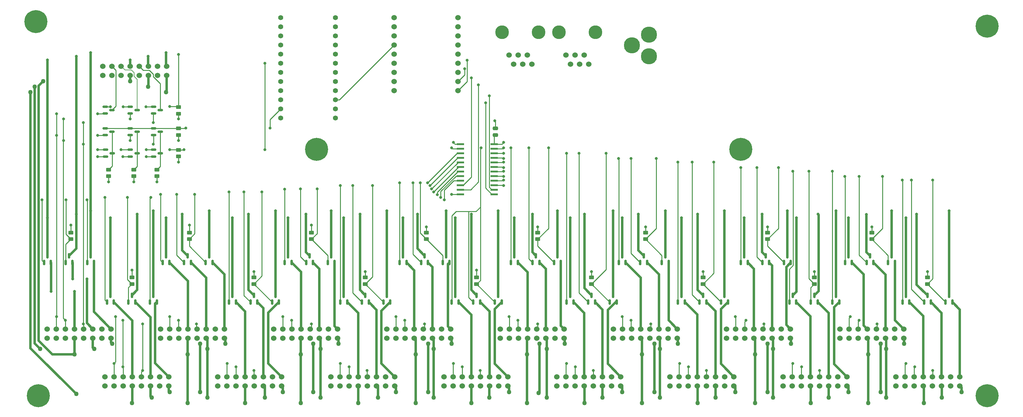
<source format=gbr>
%TF.GenerationSoftware,KiCad,Pcbnew,(6.0.7-1)-1*%
%TF.CreationDate,2023-03-16T12:26:32-07:00*%
%TF.ProjectId,adc_test_board,6164635f-7465-4737-945f-626f6172642e,rev?*%
%TF.SameCoordinates,Original*%
%TF.FileFunction,Copper,L1,Top*%
%TF.FilePolarity,Positive*%
%FSLAX46Y46*%
G04 Gerber Fmt 4.6, Leading zero omitted, Abs format (unit mm)*
G04 Created by KiCad (PCBNEW (6.0.7-1)-1) date 2023-03-16 12:26:32*
%MOMM*%
%LPD*%
G01*
G04 APERTURE LIST*
G04 Aperture macros list*
%AMRoundRect*
0 Rectangle with rounded corners*
0 $1 Rounding radius*
0 $2 $3 $4 $5 $6 $7 $8 $9 X,Y pos of 4 corners*
0 Add a 4 corners polygon primitive as box body*
4,1,4,$2,$3,$4,$5,$6,$7,$8,$9,$2,$3,0*
0 Add four circle primitives for the rounded corners*
1,1,$1+$1,$2,$3*
1,1,$1+$1,$4,$5*
1,1,$1+$1,$6,$7*
1,1,$1+$1,$8,$9*
0 Add four rect primitives between the rounded corners*
20,1,$1+$1,$2,$3,$4,$5,0*
20,1,$1+$1,$4,$5,$6,$7,0*
20,1,$1+$1,$6,$7,$8,$9,0*
20,1,$1+$1,$8,$9,$2,$3,0*%
G04 Aperture macros list end*
%TA.AperFunction,ComponentPad*%
%ADD10C,6.400000*%
%TD*%
%TA.AperFunction,SMDPad,CuDef*%
%ADD11RoundRect,0.250000X0.450000X-0.262500X0.450000X0.262500X-0.450000X0.262500X-0.450000X-0.262500X0*%
%TD*%
%TA.AperFunction,SMDPad,CuDef*%
%ADD12RoundRect,0.150000X0.150000X-0.587500X0.150000X0.587500X-0.150000X0.587500X-0.150000X-0.587500X0*%
%TD*%
%TA.AperFunction,SMDPad,CuDef*%
%ADD13RoundRect,0.150000X-0.587500X-0.150000X0.587500X-0.150000X0.587500X0.150000X-0.587500X0.150000X0*%
%TD*%
%TA.AperFunction,ComponentPad*%
%ADD14C,1.524000*%
%TD*%
%TA.AperFunction,SMDPad,CuDef*%
%ADD15RoundRect,0.250000X-0.450000X0.262500X-0.450000X-0.262500X0.450000X-0.262500X0.450000X0.262500X0*%
%TD*%
%TA.AperFunction,ComponentPad*%
%ADD16C,4.500000*%
%TD*%
%TA.AperFunction,SMDPad,CuDef*%
%ADD17RoundRect,0.250000X-0.475000X0.250000X-0.475000X-0.250000X0.475000X-0.250000X0.475000X0.250000X0*%
%TD*%
%TA.AperFunction,ComponentPad*%
%ADD18C,3.800000*%
%TD*%
%TA.AperFunction,ComponentPad*%
%ADD19C,1.397000*%
%TD*%
%TA.AperFunction,SMDPad,CuDef*%
%ADD20R,2.000000X0.600000*%
%TD*%
%TA.AperFunction,ViaPad*%
%ADD21C,0.800000*%
%TD*%
%TA.AperFunction,ViaPad*%
%ADD22C,1.270000*%
%TD*%
%TA.AperFunction,Conductor*%
%ADD23C,0.250000*%
%TD*%
%TA.AperFunction,Conductor*%
%ADD24C,0.635000*%
%TD*%
%TA.AperFunction,Conductor*%
%ADD25C,0.200000*%
%TD*%
G04 APERTURE END LIST*
D10*
%TO.P,H6,1,1*%
%TO.N,unconnected-(H6-Pad1)*%
X209550000Y-72390000D03*
%TD*%
%TO.P,H5,1,1*%
%TO.N,unconnected-(H5-Pad1)*%
X13270000Y-36830000D03*
%TD*%
%TO.P,H4,1,1*%
%TO.N,unconnected-(H4-Pad1)*%
X91440000Y-72390000D03*
%TD*%
%TO.P,H3,1,1*%
%TO.N,unconnected-(H3-Pad1)*%
X13970000Y-140970000D03*
%TD*%
%TO.P,H2,1,1*%
%TO.N,unconnected-(H2-Pad1)*%
X278130000Y-38100000D03*
%TD*%
%TO.P,H1,1,1*%
%TO.N,unconnected-(H1-Pad1)*%
X278130000Y-140970000D03*
%TD*%
D11*
%TO.P,R6,1*%
%TO.N,/Y3*%
X74000000Y-109912500D03*
%TO.P,R6,2*%
%TO.N,GND*%
X74000000Y-108087500D03*
%TD*%
D12*
%TO.P,Q15,1,G*%
%TO.N,/Y12*%
X215550000Y-103937500D03*
%TO.P,Q15,2,S*%
%TO.N,/HTR-12*%
X217450000Y-103937500D03*
%TO.P,Q15,3,D*%
%TO.N,/HTR-*%
X216500000Y-102062500D03*
%TD*%
%TO.P,Q21,1,G*%
%TO.N,/Y15*%
X260550000Y-114937500D03*
%TO.P,Q21,2,S*%
%TO.N,/HTR-15*%
X262450000Y-114937500D03*
%TO.P,Q21,3,D*%
%TO.N,/HTR-*%
X261500000Y-113062500D03*
%TD*%
%TO.P,Q20,1,G*%
%TO.N,/Y6*%
X120550000Y-103937500D03*
%TO.P,Q20,2,S*%
%TO.N,/HTR-6*%
X122450000Y-103937500D03*
%TO.P,Q20,3,D*%
%TO.N,/HTR-*%
X121500000Y-102062500D03*
%TD*%
%TO.P,Q11,1,G*%
%TO.N,/Y10*%
X181550000Y-103937500D03*
%TO.P,Q11,2,S*%
%TO.N,/HTR-10*%
X183450000Y-103937500D03*
%TO.P,Q11,3,D*%
%TO.N,/HTR-*%
X182500000Y-102062500D03*
%TD*%
%TO.P,Q51,1,G*%
%TO.N,/Y14*%
X250550000Y-103937500D03*
%TO.P,Q51,2,S*%
%TO.N,/FAN-14*%
X252450000Y-103937500D03*
%TO.P,Q51,3,D*%
%TO.N,/FAN-*%
X251500000Y-102062500D03*
%TD*%
%TO.P,Q8,1,G*%
%TO.N,/Y0*%
X21550000Y-103937500D03*
%TO.P,Q8,2,S*%
%TO.N,/HTR-0*%
X23450000Y-103937500D03*
%TO.P,Q8,3,D*%
%TO.N,/HTR-*%
X22500000Y-102062500D03*
%TD*%
D13*
%TO.P,Q6,1,G*%
%TO.N,/SAM_SEL*%
X46062500Y-72550000D03*
%TO.P,Q6,2,S*%
%TO.N,GND*%
X46062500Y-74450000D03*
%TO.P,Q6,3,D*%
%TO.N,/D-TS-*%
X47937500Y-73500000D03*
%TD*%
D12*
%TO.P,Q47,1,G*%
%TO.N,/Y12*%
X221550000Y-103937500D03*
%TO.P,Q47,2,S*%
%TO.N,/FAN-12*%
X223450000Y-103937500D03*
%TO.P,Q47,3,D*%
%TO.N,/FAN-*%
X222500000Y-102062500D03*
%TD*%
D11*
%TO.P,R12,1*%
%TO.N,/Y6*%
X122000000Y-97412500D03*
%TO.P,R12,2*%
%TO.N,GND*%
X122000000Y-95587500D03*
%TD*%
D14*
%TO.P,P13,1,P1*%
%TO.N,GND*%
X113030000Y-35760000D03*
%TO.P,P13,2,P2*%
%TO.N,unconnected-(P13-Pad2)*%
X130810000Y-35760000D03*
%TO.P,P13,3,P3*%
%TO.N,/TX*%
X113030000Y-38300000D03*
%TO.P,P13,4,P4*%
%TO.N,unconnected-(P13-Pad4)*%
X130810000Y-38300000D03*
%TO.P,P13,5,P5*%
%TO.N,/RX*%
X113030000Y-40840000D03*
%TO.P,P13,6,P6*%
%TO.N,unconnected-(P13-Pad6)*%
X130810000Y-40840000D03*
%TO.P,P13,7,P7*%
%TO.N,/UC_D12*%
X113030000Y-43380000D03*
%TO.P,P13,8,P8*%
%TO.N,unconnected-(P13-Pad8)*%
X130810000Y-43380000D03*
%TO.P,P13,9,P9*%
%TO.N,unconnected-(P13-Pad9)*%
X113030000Y-45920000D03*
%TO.P,P13,10,P10*%
%TO.N,unconnected-(P13-Pad10)*%
X130810000Y-45920000D03*
%TO.P,P13,11,P11*%
%TO.N,unconnected-(P13-Pad11)*%
X113030000Y-48460000D03*
%TO.P,P13,12,P12*%
%TO.N,unconnected-(P13-Pad12)*%
X130810000Y-48460000D03*
%TO.P,P13,13,P13*%
%TO.N,unconnected-(P13-Pad13)*%
X113030000Y-51000000D03*
%TO.P,P13,14,P14*%
%TO.N,unconnected-(P13-Pad14)*%
X130810000Y-51000000D03*
%TO.P,P13,15,P15*%
%TO.N,+5V*%
X113030000Y-53540000D03*
%TO.P,P13,16,P16*%
%TO.N,/A*%
X130810000Y-53540000D03*
%TO.P,P13,17,P17*%
%TO.N,GND*%
X113030000Y-56080000D03*
%TO.P,P13,18,P18*%
%TO.N,/B*%
X130810000Y-56080000D03*
%TD*%
D12*
%TO.P,Q23,1,G*%
%TO.N,/Y8*%
X145550000Y-103937500D03*
%TO.P,Q23,2,S*%
%TO.N,/LED-8*%
X147450000Y-103937500D03*
%TO.P,Q23,3,D*%
%TO.N,/LED-*%
X146500000Y-102062500D03*
%TD*%
D11*
%TO.P,R13,1*%
%TO.N,/Y7*%
X136000000Y-109912500D03*
%TO.P,R13,2*%
%TO.N,GND*%
X136000000Y-108087500D03*
%TD*%
%TO.P,R14,1*%
%TO.N,/Y8*%
X153000000Y-97412500D03*
%TO.P,R14,2*%
%TO.N,GND*%
X153000000Y-95587500D03*
%TD*%
D14*
%TO.P,P15,1,P1*%
%TO.N,unconnected-(P15-Pad1)*%
X205584308Y-124969400D03*
%TO.P,P15,2,P2*%
%TO.N,unconnected-(P15-Pad2)*%
X205584308Y-122429400D03*
%TO.P,P15,3,P3*%
%TO.N,GND*%
X208124308Y-124969400D03*
%TO.P,P15,4,P4*%
%TO.N,/SEL_PD135-*%
X208124308Y-122429400D03*
%TO.P,P15,5,P5*%
%TO.N,GND*%
X210664308Y-124969400D03*
%TO.P,P15,6,P6*%
%TO.N,/SEL_PD90-*%
X210664308Y-122429400D03*
%TO.P,P15,7,P7*%
%TO.N,/LED+*%
X213204308Y-124969400D03*
%TO.P,P15,8,P8*%
%TO.N,/LED-12*%
X213204308Y-122429400D03*
%TO.P,P15,9,P9*%
%TO.N,GND*%
X215744308Y-124969400D03*
%TO.P,P15,10,P10*%
%TO.N,/SEL_TS-*%
X215744308Y-122429400D03*
%TO.P,P15,11,P11*%
%TO.N,/HTR+*%
X218284308Y-124969400D03*
%TO.P,P15,12,P12*%
%TO.N,/HTR-12*%
X218284308Y-122429400D03*
%TO.P,P15,13,P13*%
%TO.N,unconnected-(P15-Pad13)*%
X220824308Y-124969400D03*
%TO.P,P15,14,P14*%
%TO.N,unconnected-(P15-Pad14)*%
X220824308Y-122429400D03*
%TO.P,P15,15,P15*%
%TO.N,/FAN+*%
X223364308Y-124969400D03*
%TO.P,P15,16,P16*%
%TO.N,/FAN-12*%
X223364308Y-122429400D03*
%TD*%
D13*
%TO.P,Q4,1,G*%
%TO.N,/VIAL_SEL*%
X46062500Y-60550000D03*
%TO.P,Q4,2,S*%
%TO.N,/SEL_TS-*%
X46062500Y-62450000D03*
%TO.P,Q4,3,D*%
%TO.N,/TS-*%
X47937500Y-61500000D03*
%TD*%
D12*
%TO.P,Q16,1,G*%
%TO.N,/Y4*%
X88550000Y-103937500D03*
%TO.P,Q16,2,S*%
%TO.N,/HTR-4*%
X90450000Y-103937500D03*
%TO.P,Q16,3,D*%
%TO.N,/HTR-*%
X89500000Y-102062500D03*
%TD*%
%TO.P,Q40,1,G*%
%TO.N,/Y0*%
X27550000Y-103937500D03*
%TO.P,Q40,2,S*%
%TO.N,/FAN-0*%
X29450000Y-103937500D03*
%TO.P,Q40,3,D*%
%TO.N,/FAN-*%
X28500000Y-102062500D03*
%TD*%
D13*
%TO.P,Q2,1,G*%
%TO.N,/SAM_SEL*%
X32625000Y-72550000D03*
%TO.P,Q2,2,S*%
%TO.N,GND*%
X32625000Y-74450000D03*
%TO.P,Q2,3,D*%
%TO.N,/D-PD135-*%
X34500000Y-73500000D03*
%TD*%
D12*
%TO.P,Q12,1,G*%
%TO.N,/Y2*%
X54550000Y-103937500D03*
%TO.P,Q12,2,S*%
%TO.N,/HTR-2*%
X56450000Y-103937500D03*
%TO.P,Q12,3,D*%
%TO.N,/HTR-*%
X55500000Y-102062500D03*
%TD*%
D11*
%TO.P,R19,1*%
%TO.N,/Y13*%
X230000000Y-109912500D03*
%TO.P,R19,2*%
%TO.N,GND*%
X230000000Y-108087500D03*
%TD*%
%TO.P,R15,1*%
%TO.N,/Y9*%
X168000000Y-109912500D03*
%TO.P,R15,2*%
%TO.N,GND*%
X168000000Y-108087500D03*
%TD*%
D12*
%TO.P,Q54,1,G*%
%TO.N,/Y7*%
X141050000Y-114937500D03*
%TO.P,Q54,2,S*%
%TO.N,/FAN-7*%
X142950000Y-114937500D03*
%TO.P,Q54,3,D*%
%TO.N,/FAN-*%
X142000000Y-113062500D03*
%TD*%
%TO.P,Q49,1,G*%
%TO.N,/Y13*%
X235050000Y-114937500D03*
%TO.P,Q49,2,S*%
%TO.N,/FAN-13*%
X236950000Y-114937500D03*
%TO.P,Q49,3,D*%
%TO.N,/FAN-*%
X236000000Y-113062500D03*
%TD*%
D11*
%TO.P,R20,1*%
%TO.N,/Y14*%
X246000000Y-97412500D03*
%TO.P,R20,2*%
%TO.N,GND*%
X246000000Y-95587500D03*
%TD*%
D14*
%TO.P,P9,1,P1*%
%TO.N,unconnected-(P9-Pad1)*%
X63931800Y-138270000D03*
%TO.P,P9,2,P2*%
%TO.N,unconnected-(P9-Pad2)*%
X63931800Y-135730000D03*
%TO.P,P9,3,P3*%
%TO.N,GND*%
X66471800Y-138270000D03*
%TO.P,P9,4,P4*%
%TO.N,/SEL_PD135-*%
X66471800Y-135730000D03*
%TO.P,P9,5,P5*%
%TO.N,GND*%
X69011800Y-138270000D03*
%TO.P,P9,6,P6*%
%TO.N,/SEL_PD90-*%
X69011800Y-135730000D03*
%TO.P,P9,7,P7*%
%TO.N,/LED+*%
X71551800Y-138270000D03*
%TO.P,P9,8,P8*%
%TO.N,/LED-3*%
X71551800Y-135730000D03*
%TO.P,P9,9,P9*%
%TO.N,GND*%
X74091800Y-138270000D03*
%TO.P,P9,10,P10*%
%TO.N,/SEL_TS-*%
X74091800Y-135730000D03*
%TO.P,P9,11,P11*%
%TO.N,/HTR+*%
X76631800Y-138270000D03*
%TO.P,P9,12,P12*%
%TO.N,/HTR-3*%
X76631800Y-135730000D03*
%TO.P,P9,13,P13*%
%TO.N,unconnected-(P9-Pad13)*%
X79171800Y-138270000D03*
%TO.P,P9,14,P14*%
%TO.N,unconnected-(P9-Pad14)*%
X79171800Y-135730000D03*
%TO.P,P9,15,P15*%
%TO.N,/FAN+*%
X81711800Y-138270000D03*
%TO.P,P9,16,P16*%
%TO.N,/FAN-3*%
X81711800Y-135730000D03*
%TD*%
D11*
%TO.P,R17,1*%
%TO.N,/Y11*%
X199000000Y-109912500D03*
%TO.P,R17,2*%
%TO.N,GND*%
X199000000Y-108087500D03*
%TD*%
D12*
%TO.P,Q17,1,G*%
%TO.N,/Y13*%
X229050000Y-114937500D03*
%TO.P,Q17,2,S*%
%TO.N,/HTR-13*%
X230950000Y-114937500D03*
%TO.P,Q17,3,D*%
%TO.N,/HTR-*%
X230000000Y-113062500D03*
%TD*%
D14*
%TO.P,P19,1,P1*%
%TO.N,unconnected-(P19-Pad1)*%
X237110000Y-124969400D03*
%TO.P,P19,2,P2*%
%TO.N,unconnected-(P19-Pad2)*%
X237110000Y-122429400D03*
%TO.P,P19,3,P3*%
%TO.N,GND*%
X239650000Y-124969400D03*
%TO.P,P19,4,P4*%
%TO.N,/SEL_PD135-*%
X239650000Y-122429400D03*
%TO.P,P19,5,P5*%
%TO.N,GND*%
X242190000Y-124969400D03*
%TO.P,P19,6,P6*%
%TO.N,/SEL_PD90-*%
X242190000Y-122429400D03*
%TO.P,P19,7,P7*%
%TO.N,/LED+*%
X244730000Y-124969400D03*
%TO.P,P19,8,P8*%
%TO.N,/LED-14*%
X244730000Y-122429400D03*
%TO.P,P19,9,P9*%
%TO.N,GND*%
X247270000Y-124969400D03*
%TO.P,P19,10,P10*%
%TO.N,/SEL_TS-*%
X247270000Y-122429400D03*
%TO.P,P19,11,P11*%
%TO.N,/HTR+*%
X249810000Y-124969400D03*
%TO.P,P19,12,P12*%
%TO.N,/HTR-14*%
X249810000Y-122429400D03*
%TO.P,P19,13,P13*%
%TO.N,unconnected-(P19-Pad13)*%
X252350000Y-124969400D03*
%TO.P,P19,14,P14*%
%TO.N,unconnected-(P19-Pad14)*%
X252350000Y-122429400D03*
%TO.P,P19,15,P15*%
%TO.N,/FAN+*%
X254890000Y-124969400D03*
%TO.P,P19,16,P16*%
%TO.N,/FAN-14*%
X254890000Y-122429400D03*
%TD*%
%TO.P,P18,1,P1*%
%TO.N,unconnected-(P18-Pad1)*%
X111007238Y-124969400D03*
%TO.P,P18,2,P2*%
%TO.N,unconnected-(P18-Pad2)*%
X111007238Y-122429400D03*
%TO.P,P18,3,P3*%
%TO.N,GND*%
X113547238Y-124969400D03*
%TO.P,P18,4,P4*%
%TO.N,/SEL_PD135-*%
X113547238Y-122429400D03*
%TO.P,P18,5,P5*%
%TO.N,GND*%
X116087238Y-124969400D03*
%TO.P,P18,6,P6*%
%TO.N,/SEL_PD90-*%
X116087238Y-122429400D03*
%TO.P,P18,7,P7*%
%TO.N,/LED+*%
X118627238Y-124969400D03*
%TO.P,P18,8,P8*%
%TO.N,/LED-6*%
X118627238Y-122429400D03*
%TO.P,P18,9,P9*%
%TO.N,GND*%
X121167238Y-124969400D03*
%TO.P,P18,10,P10*%
%TO.N,/SEL_TS-*%
X121167238Y-122429400D03*
%TO.P,P18,11,P11*%
%TO.N,/HTR+*%
X123707238Y-124969400D03*
%TO.P,P18,12,P12*%
%TO.N,/HTR-6*%
X123707238Y-122429400D03*
%TO.P,P18,13,P13*%
%TO.N,unconnected-(P18-Pad13)*%
X126247238Y-124969400D03*
%TO.P,P18,14,P14*%
%TO.N,unconnected-(P18-Pad14)*%
X126247238Y-122429400D03*
%TO.P,P18,15,P15*%
%TO.N,/FAN+*%
X128787238Y-124969400D03*
%TO.P,P18,16,P16*%
%TO.N,/FAN-6*%
X128787238Y-122429400D03*
%TD*%
D13*
%TO.P,Q55,1,G*%
%TO.N,/VIAL_SEL_0*%
X32562500Y-66550000D03*
%TO.P,Q55,2,S*%
%TO.N,/SEL_PD135-*%
X32562500Y-68450000D03*
%TO.P,Q55,3,D*%
%TO.N,/D-PD135-*%
X34437500Y-67500000D03*
%TD*%
D12*
%TO.P,Q31,1,G*%
%TO.N,/Y12*%
X209550000Y-103937500D03*
%TO.P,Q31,2,S*%
%TO.N,/LED-12*%
X211450000Y-103937500D03*
%TO.P,Q31,3,D*%
%TO.N,/LED-*%
X210500000Y-102062500D03*
%TD*%
D15*
%TO.P,R22,1*%
%TO.N,/VIAL_SEL_0*%
X53000000Y-66587500D03*
%TO.P,R22,2*%
%TO.N,GND*%
X53000000Y-68412500D03*
%TD*%
D12*
%TO.P,Q45,1,G*%
%TO.N,/Y11*%
X204050000Y-114937500D03*
%TO.P,Q45,2,S*%
%TO.N,/FAN-11*%
X205950000Y-114937500D03*
%TO.P,Q45,3,D*%
%TO.N,/FAN-*%
X205000000Y-113062500D03*
%TD*%
D15*
%TO.P,R1,1*%
%TO.N,/VIAL_SEL*%
X53000000Y-60675000D03*
%TO.P,R1,2*%
%TO.N,GND*%
X53000000Y-62500000D03*
%TD*%
D12*
%TO.P,Q27,1,G*%
%TO.N,/Y10*%
X175550000Y-103937500D03*
%TO.P,Q27,2,S*%
%TO.N,/LED-10*%
X177450000Y-103937500D03*
%TO.P,Q27,3,D*%
%TO.N,/LED-*%
X176500000Y-102062500D03*
%TD*%
D13*
%TO.P,Q57,1,G*%
%TO.N,/VIAL_SEL_0*%
X46062500Y-66550000D03*
%TO.P,Q57,2,S*%
%TO.N,/SEL_TS-*%
X46062500Y-68450000D03*
%TO.P,Q57,3,D*%
%TO.N,/D-TS-*%
X47937500Y-67500000D03*
%TD*%
D16*
%TO.P,CON1,1*%
%TO.N,+5V*%
X183937500Y-46500000D03*
%TO.P,CON1,2*%
%TO.N,GND*%
X183937500Y-40500000D03*
%TO.P,CON1,3*%
X179237500Y-43500000D03*
%TD*%
D12*
%TO.P,Q34,1,G*%
%TO.N,/Y5*%
X98050000Y-114937500D03*
%TO.P,Q34,2,S*%
%TO.N,/LED-5*%
X99950000Y-114937500D03*
%TO.P,Q34,3,D*%
%TO.N,/LED-*%
X99000000Y-113062500D03*
%TD*%
D11*
%TO.P,R3,1*%
%TO.N,/Y1*%
X40000000Y-109912500D03*
%TO.P,R3,2*%
%TO.N,GND*%
X40000000Y-108087500D03*
%TD*%
D12*
%TO.P,Q39,1,G*%
%TO.N,/Y8*%
X157550000Y-103937500D03*
%TO.P,Q39,2,S*%
%TO.N,/FAN-8*%
X159450000Y-103937500D03*
%TO.P,Q39,3,D*%
%TO.N,/FAN-*%
X158500000Y-102062500D03*
%TD*%
%TO.P,Q33,1,G*%
%TO.N,/Y13*%
X223050000Y-114937500D03*
%TO.P,Q33,2,S*%
%TO.N,/LED-13*%
X224950000Y-114937500D03*
%TO.P,Q33,3,D*%
%TO.N,/LED-*%
X224000000Y-113062500D03*
%TD*%
%TO.P,Q19,1,G*%
%TO.N,/Y14*%
X244550000Y-103937500D03*
%TO.P,Q19,2,S*%
%TO.N,/HTR-14*%
X246450000Y-103937500D03*
%TO.P,Q19,3,D*%
%TO.N,/HTR-*%
X245500000Y-102062500D03*
%TD*%
%TO.P,Q36,1,G*%
%TO.N,/Y6*%
X114550000Y-103937500D03*
%TO.P,Q36,2,S*%
%TO.N,/LED-6*%
X116450000Y-103937500D03*
%TO.P,Q36,3,D*%
%TO.N,/LED-*%
X115500000Y-102062500D03*
%TD*%
D14*
%TO.P,P16,1,P1*%
%TO.N,unconnected-(P16-Pad1)*%
X95402400Y-138270000D03*
%TO.P,P16,2,P2*%
%TO.N,unconnected-(P16-Pad2)*%
X95402400Y-135730000D03*
%TO.P,P16,3,P3*%
%TO.N,GND*%
X97942400Y-138270000D03*
%TO.P,P16,4,P4*%
%TO.N,/SEL_PD135-*%
X97942400Y-135730000D03*
%TO.P,P16,5,P5*%
%TO.N,GND*%
X100482400Y-138270000D03*
%TO.P,P16,6,P6*%
%TO.N,/SEL_PD90-*%
X100482400Y-135730000D03*
%TO.P,P16,7,P7*%
%TO.N,/LED+*%
X103022400Y-138270000D03*
%TO.P,P16,8,P8*%
%TO.N,/LED-5*%
X103022400Y-135730000D03*
%TO.P,P16,9,P9*%
%TO.N,GND*%
X105562400Y-138270000D03*
%TO.P,P16,10,P10*%
%TO.N,/SEL_TS-*%
X105562400Y-135730000D03*
%TO.P,P16,11,P11*%
%TO.N,/HTR+*%
X108102400Y-138270000D03*
%TO.P,P16,12,P12*%
%TO.N,/HTR-5*%
X108102400Y-135730000D03*
%TO.P,P16,13,P13*%
%TO.N,unconnected-(P16-Pad13)*%
X110642400Y-138270000D03*
%TO.P,P16,14,P14*%
%TO.N,unconnected-(P16-Pad14)*%
X110642400Y-135730000D03*
%TO.P,P16,15,P15*%
%TO.N,/FAN+*%
X113182400Y-138270000D03*
%TO.P,P16,16,P16*%
%TO.N,/FAN-5*%
X113182400Y-135730000D03*
%TD*%
D17*
%TO.P,C1,1*%
%TO.N,GND*%
X141200000Y-66550000D03*
%TO.P,C1,2*%
%TO.N,+3V3*%
X141200000Y-68450000D03*
%TD*%
D14*
%TO.P,P21,1,P1*%
%TO.N,unconnected-(P21-Pad1)*%
X252755400Y-138270000D03*
%TO.P,P21,2,P2*%
%TO.N,unconnected-(P21-Pad2)*%
X252755400Y-135730000D03*
%TO.P,P21,3,P3*%
%TO.N,GND*%
X255295400Y-138270000D03*
%TO.P,P21,4,P4*%
%TO.N,/SEL_PD135-*%
X255295400Y-135730000D03*
%TO.P,P21,5,P5*%
%TO.N,GND*%
X257835400Y-138270000D03*
%TO.P,P21,6,P6*%
%TO.N,/SEL_PD90-*%
X257835400Y-135730000D03*
%TO.P,P21,7,P7*%
%TO.N,/LED+*%
X260375400Y-138270000D03*
%TO.P,P21,8,P8*%
%TO.N,/LED-15*%
X260375400Y-135730000D03*
%TO.P,P21,9,P9*%
%TO.N,GND*%
X262915400Y-138270000D03*
%TO.P,P21,10,P10*%
%TO.N,/SEL_TS-*%
X262915400Y-135730000D03*
%TO.P,P21,11,P11*%
%TO.N,/HTR+*%
X265455400Y-138270000D03*
%TO.P,P21,12,P12*%
%TO.N,/HTR-15*%
X265455400Y-135730000D03*
%TO.P,P21,13,P13*%
%TO.N,unconnected-(P21-Pad13)*%
X267995400Y-138270000D03*
%TO.P,P21,14,P14*%
%TO.N,unconnected-(P21-Pad14)*%
X267995400Y-135730000D03*
%TO.P,P21,15,P15*%
%TO.N,/FAN+*%
X270535400Y-138270000D03*
%TO.P,P21,16,P16*%
%TO.N,/FAN-15*%
X270535400Y-135730000D03*
%TD*%
D12*
%TO.P,Q22,1,G*%
%TO.N,/Y7*%
X135050000Y-114937500D03*
%TO.P,Q22,2,S*%
%TO.N,/HTR-7*%
X136950000Y-114937500D03*
%TO.P,Q22,3,D*%
%TO.N,/HTR-*%
X136000000Y-113062500D03*
%TD*%
%TO.P,Q43,1,G*%
%TO.N,/Y10*%
X187550000Y-103937500D03*
%TO.P,Q43,2,S*%
%TO.N,/FAN-10*%
X189450000Y-103937500D03*
%TO.P,Q43,3,D*%
%TO.N,/FAN-*%
X188500000Y-102062500D03*
%TD*%
D13*
%TO.P,Q1,1,G*%
%TO.N,/VIAL_SEL*%
X32562500Y-60550000D03*
%TO.P,Q1,2,S*%
%TO.N,/SEL_PD135-*%
X32562500Y-62450000D03*
%TO.P,Q1,3,D*%
%TO.N,/PD135-*%
X34437500Y-61500000D03*
%TD*%
D11*
%TO.P,R11,1*%
%TO.N,/Y5*%
X105000000Y-109912500D03*
%TO.P,R11,2*%
%TO.N,GND*%
X105000000Y-108087500D03*
%TD*%
D12*
%TO.P,Q13,1,G*%
%TO.N,/Y11*%
X198050000Y-114937500D03*
%TO.P,Q13,2,S*%
%TO.N,/HTR-11*%
X199950000Y-114937500D03*
%TO.P,Q13,3,D*%
%TO.N,/HTR-*%
X199000000Y-113062500D03*
%TD*%
%TO.P,Q44,1,G*%
%TO.N,/Y2*%
X60550000Y-103937500D03*
%TO.P,Q44,2,S*%
%TO.N,/FAN-2*%
X62450000Y-103937500D03*
%TO.P,Q44,3,D*%
%TO.N,/FAN-*%
X61500000Y-102062500D03*
%TD*%
%TO.P,Q37,1,G*%
%TO.N,/Y15*%
X254550000Y-114937500D03*
%TO.P,Q37,2,S*%
%TO.N,/LED-15*%
X256450000Y-114937500D03*
%TO.P,Q37,3,D*%
%TO.N,/LED-*%
X255500000Y-113062500D03*
%TD*%
D11*
%TO.P,R9,1*%
%TO.N,+3V3*%
X47000000Y-79912500D03*
%TO.P,R9,2*%
%TO.N,/D-TS-*%
X47000000Y-78087500D03*
%TD*%
D14*
%TO.P,P12,1*%
%TO.N,N/C*%
X167200000Y-48719200D03*
%TO.P,P12,2,T2*%
%TO.N,unconnected-(P12-Pad2)*%
X165910000Y-46179200D03*
%TO.P,P12,3,R1*%
%TO.N,/A*%
X164660000Y-48719200D03*
%TO.P,P12,4,T1*%
%TO.N,/B*%
X163370000Y-46179200D03*
%TO.P,P12,5,R2*%
%TO.N,unconnected-(P12-Pad5)*%
X162120000Y-48719200D03*
%TO.P,P12,6*%
%TO.N,N/C*%
X160830000Y-46179200D03*
D18*
%TO.P,P12,MECH*%
X158920000Y-39829200D03*
X169080000Y-39829200D03*
%TD*%
D19*
%TO.P,P6,1,P1*%
%TO.N,/TX*%
X81407000Y-35803200D03*
%TO.P,P6,2,P2*%
%TO.N,+5V*%
X96647000Y-35803200D03*
%TO.P,P6,3,P3*%
%TO.N,/RX*%
X81407000Y-38343200D03*
%TO.P,P6,4,P4*%
%TO.N,GND*%
X96647000Y-38343200D03*
%TO.P,P6,5,P5*%
%TO.N,/RST*%
X81407000Y-40883200D03*
%TO.P,P6,6,P6*%
%TO.N,unconnected-(P6-Pad6)*%
X96647000Y-40883200D03*
%TO.P,P6,7,P7*%
%TO.N,GND*%
X81407000Y-43423200D03*
%TO.P,P6,8,P8*%
%TO.N,+3V3*%
X96647000Y-43423200D03*
%TO.P,P6,9,P9*%
%TO.N,/VIAL_SEL*%
X81407000Y-45963200D03*
%TO.P,P6,10,P10*%
%TO.N,unconnected-(P6-Pad10)*%
X96647000Y-45963200D03*
%TO.P,P6,11,P11*%
%TO.N,/SAM_SEL*%
X81407000Y-48503200D03*
%TO.P,P6,12,P12*%
%TO.N,unconnected-(P6-Pad12)*%
X96647000Y-48503200D03*
%TO.P,P6,13,P13*%
%TO.N,/S0*%
X81407000Y-51043200D03*
%TO.P,P6,14,P14*%
%TO.N,unconnected-(P6-Pad14)*%
X96647000Y-51043200D03*
%TO.P,P6,15,P15*%
%TO.N,/S1*%
X81407000Y-53583200D03*
%TO.P,P6,16,P16*%
%TO.N,unconnected-(P6-Pad16)*%
X96647000Y-53583200D03*
%TO.P,P6,17,P17*%
%TO.N,/S2*%
X81407000Y-56123200D03*
%TO.P,P6,18,P18*%
%TO.N,unconnected-(P6-Pad18)*%
X96647000Y-56123200D03*
%TO.P,P6,19,P19*%
%TO.N,/S3*%
X81407000Y-58663200D03*
%TO.P,P6,20,P20*%
%TO.N,/UC_D12*%
X96647000Y-58663200D03*
%TO.P,P6,21,P21*%
%TO.N,/VIAL_SEL_0*%
X81407000Y-61203200D03*
%TO.P,P6,22,P22*%
%TO.N,unconnected-(P6-Pad22)*%
X96647000Y-61203200D03*
%TO.P,P6,23,P23*%
%TO.N,unconnected-(P6-Pad23)*%
X81407000Y-63743200D03*
%TO.P,P6,24,P24*%
%TO.N,unconnected-(P6-Pad24)*%
X96647000Y-63743200D03*
%TD*%
D12*
%TO.P,Q46,1,G*%
%TO.N,/Y3*%
X79050000Y-114937500D03*
%TO.P,Q46,2,S*%
%TO.N,/FAN-3*%
X80950000Y-114937500D03*
%TO.P,Q46,3,D*%
%TO.N,/FAN-*%
X80000000Y-113062500D03*
%TD*%
D14*
%TO.P,P7,1,P1*%
%TO.N,unconnected-(P7-Pad1)*%
X47955858Y-124969400D03*
%TO.P,P7,2,P2*%
%TO.N,unconnected-(P7-Pad2)*%
X47955858Y-122429400D03*
%TO.P,P7,3,P3*%
%TO.N,GND*%
X50495858Y-124969400D03*
%TO.P,P7,4,P4*%
%TO.N,/SEL_PD135-*%
X50495858Y-122429400D03*
%TO.P,P7,5,P5*%
%TO.N,GND*%
X53035858Y-124969400D03*
%TO.P,P7,6,P6*%
%TO.N,/SEL_PD90-*%
X53035858Y-122429400D03*
%TO.P,P7,7,P7*%
%TO.N,/LED+*%
X55575858Y-124969400D03*
%TO.P,P7,8,P8*%
%TO.N,/LED-2*%
X55575858Y-122429400D03*
%TO.P,P7,9,P9*%
%TO.N,GND*%
X58115858Y-124969400D03*
%TO.P,P7,10,P10*%
%TO.N,/SEL_TS-*%
X58115858Y-122429400D03*
%TO.P,P7,11,P11*%
%TO.N,/HTR+*%
X60655858Y-124969400D03*
%TO.P,P7,12,P12*%
%TO.N,/HTR-2*%
X60655858Y-122429400D03*
%TO.P,P7,13,P13*%
%TO.N,unconnected-(P7-Pad13)*%
X63195858Y-124969400D03*
%TO.P,P7,14,P14*%
%TO.N,unconnected-(P7-Pad14)*%
X63195858Y-122429400D03*
%TO.P,P7,15,P15*%
%TO.N,/FAN+*%
X65735858Y-124969400D03*
%TO.P,P7,16,P16*%
%TO.N,/FAN-2*%
X65735858Y-122429400D03*
%TD*%
D11*
%TO.P,R4,1*%
%TO.N,/Y2*%
X56000000Y-97412500D03*
%TO.P,R4,2*%
%TO.N,GND*%
X56000000Y-95587500D03*
%TD*%
%TO.P,R16,1*%
%TO.N,/Y10*%
X183000000Y-97412500D03*
%TO.P,R16,2*%
%TO.N,GND*%
X183000000Y-95587500D03*
%TD*%
D12*
%TO.P,Q32,1,G*%
%TO.N,/Y4*%
X82550000Y-103937500D03*
%TO.P,Q32,2,S*%
%TO.N,/LED-4*%
X84450000Y-103937500D03*
%TO.P,Q32,3,D*%
%TO.N,/LED-*%
X83500000Y-102062500D03*
%TD*%
%TO.P,Q7,1,G*%
%TO.N,/Y8*%
X151550000Y-103937500D03*
%TO.P,Q7,2,S*%
%TO.N,/HTR-8*%
X153450000Y-103937500D03*
%TO.P,Q7,3,D*%
%TO.N,/HTR-*%
X152500000Y-102062500D03*
%TD*%
%TO.P,Q28,1,G*%
%TO.N,/Y2*%
X48550000Y-103937500D03*
%TO.P,Q28,2,S*%
%TO.N,/LED-2*%
X50450000Y-103937500D03*
%TO.P,Q28,3,D*%
%TO.N,/LED-*%
X49500000Y-102062500D03*
%TD*%
D13*
%TO.P,Q56,1,G*%
%TO.N,/VIAL_SEL_0*%
X39562500Y-66550000D03*
%TO.P,Q56,2,S*%
%TO.N,/SEL_PD90-*%
X39562500Y-68450000D03*
%TO.P,Q56,3,D*%
%TO.N,/D-PD90-*%
X41437500Y-67500000D03*
%TD*%
D11*
%TO.P,R10,1*%
%TO.N,/Y4*%
X90000000Y-97412500D03*
%TO.P,R10,2*%
%TO.N,GND*%
X90000000Y-95587500D03*
%TD*%
%TO.P,R18,1*%
%TO.N,/Y12*%
X217000000Y-97412500D03*
%TO.P,R18,2*%
%TO.N,GND*%
X217000000Y-95587500D03*
%TD*%
D14*
%TO.P,P20,1,P1*%
%TO.N,unconnected-(P20-Pad1)*%
X126873000Y-138270000D03*
%TO.P,P20,2,P2*%
%TO.N,unconnected-(P20-Pad2)*%
X126873000Y-135730000D03*
%TO.P,P20,3,P3*%
%TO.N,GND*%
X129413000Y-138270000D03*
%TO.P,P20,4,P4*%
%TO.N,/SEL_PD135-*%
X129413000Y-135730000D03*
%TO.P,P20,5,P5*%
%TO.N,GND*%
X131953000Y-138270000D03*
%TO.P,P20,6,P6*%
%TO.N,/SEL_PD90-*%
X131953000Y-135730000D03*
%TO.P,P20,7,P7*%
%TO.N,/LED+*%
X134493000Y-138270000D03*
%TO.P,P20,8,P8*%
%TO.N,/LED-7*%
X134493000Y-135730000D03*
%TO.P,P20,9,P9*%
%TO.N,GND*%
X137033000Y-138270000D03*
%TO.P,P20,10,P10*%
%TO.N,/SEL_TS-*%
X137033000Y-135730000D03*
%TO.P,P20,11,P11*%
%TO.N,/HTR+*%
X139573000Y-138270000D03*
%TO.P,P20,12,P12*%
%TO.N,/HTR-7*%
X139573000Y-135730000D03*
%TO.P,P20,13,P13*%
%TO.N,unconnected-(P20-Pad13)*%
X142113000Y-138270000D03*
%TO.P,P20,14,P14*%
%TO.N,unconnected-(P20-Pad14)*%
X142113000Y-135730000D03*
%TO.P,P20,15,P15*%
%TO.N,/FAN+*%
X144653000Y-138270000D03*
%TO.P,P20,16,P16*%
%TO.N,/FAN-7*%
X144653000Y-135730000D03*
%TD*%
%TO.P,P10,1,P1*%
%TO.N,unconnected-(P10-Pad1)*%
X189814200Y-138270000D03*
%TO.P,P10,2,P2*%
%TO.N,unconnected-(P10-Pad2)*%
X189814200Y-135730000D03*
%TO.P,P10,3,P3*%
%TO.N,GND*%
X192354200Y-138270000D03*
%TO.P,P10,4,P4*%
%TO.N,/SEL_PD135-*%
X192354200Y-135730000D03*
%TO.P,P10,5,P5*%
%TO.N,GND*%
X194894200Y-138270000D03*
%TO.P,P10,6,P6*%
%TO.N,/SEL_PD90-*%
X194894200Y-135730000D03*
%TO.P,P10,7,P7*%
%TO.N,/LED+*%
X197434200Y-138270000D03*
%TO.P,P10,8,P8*%
%TO.N,/LED-11*%
X197434200Y-135730000D03*
%TO.P,P10,9,P9*%
%TO.N,GND*%
X199974200Y-138270000D03*
%TO.P,P10,10,P10*%
%TO.N,/SEL_TS-*%
X199974200Y-135730000D03*
%TO.P,P10,11,P11*%
%TO.N,/HTR+*%
X202514200Y-138270000D03*
%TO.P,P10,12,P12*%
%TO.N,/HTR-11*%
X202514200Y-135730000D03*
%TO.P,P10,13,P13*%
%TO.N,unconnected-(P10-Pad13)*%
X205054200Y-138270000D03*
%TO.P,P10,14,P14*%
%TO.N,unconnected-(P10-Pad14)*%
X205054200Y-135730000D03*
%TO.P,P10,15,P15*%
%TO.N,/FAN+*%
X207594200Y-138270000D03*
%TO.P,P10,16,P16*%
%TO.N,/FAN-11*%
X207594200Y-135730000D03*
%TD*%
D12*
%TO.P,Q30,1,G*%
%TO.N,/Y3*%
X67050000Y-114937500D03*
%TO.P,Q30,2,S*%
%TO.N,/LED-3*%
X68950000Y-114937500D03*
%TO.P,Q30,3,D*%
%TO.N,/LED-*%
X68000000Y-113062500D03*
%TD*%
%TO.P,Q41,1,G*%
%TO.N,/Y9*%
X173050000Y-114937500D03*
%TO.P,Q41,2,S*%
%TO.N,/FAN-9*%
X174950000Y-114937500D03*
%TO.P,Q41,3,D*%
%TO.N,/FAN-*%
X174000000Y-113062500D03*
%TD*%
%TO.P,Q26,1,G*%
%TO.N,/Y1*%
X33050000Y-114937500D03*
%TO.P,Q26,2,S*%
%TO.N,/LED-1*%
X34950000Y-114937500D03*
%TO.P,Q26,3,D*%
%TO.N,/LED-*%
X34000000Y-113062500D03*
%TD*%
D13*
%TO.P,Q3,1,G*%
%TO.N,/VIAL_SEL*%
X39562500Y-60550000D03*
%TO.P,Q3,2,S*%
%TO.N,/SEL_PD90-*%
X39562500Y-62450000D03*
%TO.P,Q3,3,D*%
%TO.N,/PD90-*%
X41437500Y-61500000D03*
%TD*%
D14*
%TO.P,P14,1,P1*%
%TO.N,unconnected-(P14-Pad1)*%
X79481548Y-124969400D03*
%TO.P,P14,2,P2*%
%TO.N,unconnected-(P14-Pad2)*%
X79481548Y-122429400D03*
%TO.P,P14,3,P3*%
%TO.N,GND*%
X82021548Y-124969400D03*
%TO.P,P14,4,P4*%
%TO.N,/SEL_PD135-*%
X82021548Y-122429400D03*
%TO.P,P14,5,P5*%
%TO.N,GND*%
X84561548Y-124969400D03*
%TO.P,P14,6,P6*%
%TO.N,/SEL_PD90-*%
X84561548Y-122429400D03*
%TO.P,P14,7,P7*%
%TO.N,/LED+*%
X87101548Y-124969400D03*
%TO.P,P14,8,P8*%
%TO.N,/LED-4*%
X87101548Y-122429400D03*
%TO.P,P14,9,P9*%
%TO.N,GND*%
X89641548Y-124969400D03*
%TO.P,P14,10,P10*%
%TO.N,/SEL_TS-*%
X89641548Y-122429400D03*
%TO.P,P14,11,P11*%
%TO.N,/HTR+*%
X92181548Y-124969400D03*
%TO.P,P14,12,P12*%
%TO.N,/HTR-4*%
X92181548Y-122429400D03*
%TO.P,P14,13,P13*%
%TO.N,unconnected-(P14-Pad13)*%
X94721548Y-124969400D03*
%TO.P,P14,14,P14*%
%TO.N,unconnected-(P14-Pad14)*%
X94721548Y-122429400D03*
%TO.P,P14,15,P15*%
%TO.N,/FAN+*%
X97261548Y-124969400D03*
%TO.P,P14,16,P16*%
%TO.N,/FAN-4*%
X97261548Y-122429400D03*
%TD*%
%TO.P,P8,1,P1*%
%TO.N,unconnected-(P8-Pad1)*%
X174058618Y-124969400D03*
%TO.P,P8,2,P2*%
%TO.N,unconnected-(P8-Pad2)*%
X174058618Y-122429400D03*
%TO.P,P8,3,P3*%
%TO.N,GND*%
X176598618Y-124969400D03*
%TO.P,P8,4,P4*%
%TO.N,/SEL_PD135-*%
X176598618Y-122429400D03*
%TO.P,P8,5,P5*%
%TO.N,GND*%
X179138618Y-124969400D03*
%TO.P,P8,6,P6*%
%TO.N,/SEL_PD90-*%
X179138618Y-122429400D03*
%TO.P,P8,7,P7*%
%TO.N,/LED+*%
X181678618Y-124969400D03*
%TO.P,P8,8,P8*%
%TO.N,/LED-10*%
X181678618Y-122429400D03*
%TO.P,P8,9,P9*%
%TO.N,GND*%
X184218618Y-124969400D03*
%TO.P,P8,10,P10*%
%TO.N,/SEL_TS-*%
X184218618Y-122429400D03*
%TO.P,P8,11,P11*%
%TO.N,/HTR+*%
X186758618Y-124969400D03*
%TO.P,P8,12,P12*%
%TO.N,/HTR-10*%
X186758618Y-122429400D03*
%TO.P,P8,13,P13*%
%TO.N,unconnected-(P8-Pad13)*%
X189298618Y-124969400D03*
%TO.P,P8,14,P14*%
%TO.N,unconnected-(P8-Pad14)*%
X189298618Y-122429400D03*
%TO.P,P8,15,P15*%
%TO.N,/FAN+*%
X191838618Y-124969400D03*
%TO.P,P8,16,P16*%
%TO.N,/FAN-10*%
X191838618Y-122429400D03*
%TD*%
D12*
%TO.P,Q53,1,G*%
%TO.N,/Y15*%
X266550000Y-114937500D03*
%TO.P,Q53,2,S*%
%TO.N,/FAN-15*%
X268450000Y-114937500D03*
%TO.P,Q53,3,D*%
%TO.N,/FAN-*%
X267500000Y-113062500D03*
%TD*%
%TO.P,Q9,1,G*%
%TO.N,/Y9*%
X167050000Y-114937500D03*
%TO.P,Q9,2,S*%
%TO.N,/HTR-9*%
X168950000Y-114937500D03*
%TO.P,Q9,3,D*%
%TO.N,/HTR-*%
X168000000Y-113062500D03*
%TD*%
%TO.P,Q25,1,G*%
%TO.N,/Y9*%
X161050000Y-114937500D03*
%TO.P,Q25,2,S*%
%TO.N,/LED-9*%
X162950000Y-114937500D03*
%TO.P,Q25,3,D*%
%TO.N,/LED-*%
X162000000Y-113062500D03*
%TD*%
%TO.P,Q35,1,G*%
%TO.N,/Y14*%
X238550000Y-103937500D03*
%TO.P,Q35,2,S*%
%TO.N,/LED-14*%
X240450000Y-103937500D03*
%TO.P,Q35,3,D*%
%TO.N,/LED-*%
X239500000Y-102062500D03*
%TD*%
D11*
%TO.P,R7,1*%
%TO.N,+3V3*%
X33500000Y-79912500D03*
%TO.P,R7,2*%
%TO.N,/D-PD135-*%
X33500000Y-78087500D03*
%TD*%
D15*
%TO.P,R5,1*%
%TO.N,/SAM_SEL*%
X53000000Y-72587500D03*
%TO.P,R5,2*%
%TO.N,GND*%
X53000000Y-74412500D03*
%TD*%
D13*
%TO.P,Q5,1,G*%
%TO.N,/SAM_SEL*%
X39562500Y-72550000D03*
%TO.P,Q5,2,S*%
%TO.N,GND*%
X39562500Y-74450000D03*
%TO.P,Q5,3,D*%
%TO.N,/D-PD90-*%
X41437500Y-73500000D03*
%TD*%
D12*
%TO.P,Q29,1,G*%
%TO.N,/Y11*%
X192050000Y-114937500D03*
%TO.P,Q29,2,S*%
%TO.N,/LED-11*%
X193950000Y-114937500D03*
%TO.P,Q29,3,D*%
%TO.N,/LED-*%
X193000000Y-113062500D03*
%TD*%
%TO.P,Q10,1,G*%
%TO.N,/Y1*%
X39050000Y-114937500D03*
%TO.P,Q10,2,S*%
%TO.N,/HTR-1*%
X40950000Y-114937500D03*
%TO.P,Q10,3,D*%
%TO.N,/HTR-*%
X40000000Y-113062500D03*
%TD*%
%TO.P,Q42,1,G*%
%TO.N,/Y1*%
X45050000Y-114937500D03*
%TO.P,Q42,2,S*%
%TO.N,/FAN-1*%
X46950000Y-114937500D03*
%TO.P,Q42,3,D*%
%TO.N,/FAN-*%
X46000000Y-113062500D03*
%TD*%
%TO.P,Q24,1,G*%
%TO.N,/Y0*%
X15550000Y-103937500D03*
%TO.P,Q24,2,S*%
%TO.N,/LED-0*%
X17450000Y-103937500D03*
%TO.P,Q24,3,D*%
%TO.N,/LED-*%
X16500000Y-102062500D03*
%TD*%
%TO.P,Q50,1,G*%
%TO.N,/Y5*%
X110050000Y-114937500D03*
%TO.P,Q50,2,S*%
%TO.N,/FAN-5*%
X111950000Y-114937500D03*
%TO.P,Q50,3,D*%
%TO.N,/FAN-*%
X111000000Y-113062500D03*
%TD*%
D14*
%TO.P,P1,1,P1*%
%TO.N,unconnected-(P1-Pad1)*%
X31904768Y-51830600D03*
%TO.P,P1,2,P2*%
%TO.N,unconnected-(P1-Pad2)*%
X31904768Y-49290600D03*
%TO.P,P1,3,P3*%
%TO.N,GND*%
X34444768Y-51830600D03*
%TO.P,P1,4,P4*%
%TO.N,/PD135-*%
X34444768Y-49290600D03*
%TO.P,P1,5,P5*%
%TO.N,/PD90+*%
X36984768Y-51830600D03*
%TO.P,P1,6,P6*%
%TO.N,/PD90-*%
X36984768Y-49290600D03*
%TO.P,P1,7,P7*%
%TO.N,/LED+*%
X39524768Y-51830600D03*
%TO.P,P1,8,P8*%
%TO.N,/LED-*%
X39524768Y-49290600D03*
%TO.P,P1,9,P9*%
%TO.N,GND*%
X42064768Y-51830600D03*
%TO.P,P1,10,P10*%
%TO.N,/TS-*%
X42064768Y-49290600D03*
%TO.P,P1,11,P11*%
%TO.N,/HTR+*%
X44604768Y-51830600D03*
%TO.P,P1,12,P12*%
%TO.N,/HTR-*%
X44604768Y-49290600D03*
%TO.P,P1,13,P13*%
%TO.N,unconnected-(P1-Pad13)*%
X47144768Y-51830600D03*
%TO.P,P1,14,P14*%
%TO.N,unconnected-(P1-Pad14)*%
X47144768Y-49290600D03*
%TO.P,P1,15,P15*%
%TO.N,/FAN+*%
X49684768Y-51830600D03*
%TO.P,P1,16,P16*%
%TO.N,/FAN-*%
X49684768Y-49290600D03*
%TD*%
D11*
%TO.P,R8,1*%
%TO.N,+3V3*%
X40500000Y-79912500D03*
%TO.P,R8,2*%
%TO.N,/D-PD90-*%
X40500000Y-78087500D03*
%TD*%
%TO.P,R2,1*%
%TO.N,/Y0*%
X23000000Y-97412500D03*
%TO.P,R2,2*%
%TO.N,GND*%
X23000000Y-95587500D03*
%TD*%
D14*
%TO.P,P17,1,P1*%
%TO.N,unconnected-(P17-Pad1)*%
X221284800Y-138270000D03*
%TO.P,P17,2,P2*%
%TO.N,unconnected-(P17-Pad2)*%
X221284800Y-135730000D03*
%TO.P,P17,3,P3*%
%TO.N,GND*%
X223824800Y-138270000D03*
%TO.P,P17,4,P4*%
%TO.N,/SEL_PD135-*%
X223824800Y-135730000D03*
%TO.P,P17,5,P5*%
%TO.N,GND*%
X226364800Y-138270000D03*
%TO.P,P17,6,P6*%
%TO.N,/SEL_PD90-*%
X226364800Y-135730000D03*
%TO.P,P17,7,P7*%
%TO.N,/LED+*%
X228904800Y-138270000D03*
%TO.P,P17,8,P8*%
%TO.N,/LED-13*%
X228904800Y-135730000D03*
%TO.P,P17,9,P9*%
%TO.N,GND*%
X231444800Y-138270000D03*
%TO.P,P17,10,P10*%
%TO.N,/SEL_TS-*%
X231444800Y-135730000D03*
%TO.P,P17,11,P11*%
%TO.N,/HTR+*%
X233984800Y-138270000D03*
%TO.P,P17,12,P12*%
%TO.N,/HTR-13*%
X233984800Y-135730000D03*
%TO.P,P17,13,P13*%
%TO.N,unconnected-(P17-Pad13)*%
X236524800Y-138270000D03*
%TO.P,P17,14,P14*%
%TO.N,unconnected-(P17-Pad14)*%
X236524800Y-135730000D03*
%TO.P,P17,15,P15*%
%TO.N,/FAN+*%
X239064800Y-138270000D03*
%TO.P,P17,16,P16*%
%TO.N,/FAN-13*%
X239064800Y-135730000D03*
%TD*%
D20*
%TO.P,U1,1,CIO*%
%TO.N,+3V3*%
X131500000Y-70960000D03*
%TO.P,U1,2,Y7*%
%TO.N,/Y7*%
X131500000Y-72230000D03*
%TO.P,U1,3,Y6*%
%TO.N,/Y6*%
X131500000Y-73500000D03*
%TO.P,U1,4,Y5*%
%TO.N,/Y5*%
X131500000Y-74770000D03*
%TO.P,U1,5,Y4*%
%TO.N,/Y4*%
X131500000Y-76040000D03*
%TO.P,U1,6,Y3*%
%TO.N,/Y3*%
X131500000Y-77310000D03*
%TO.P,U1,7,Y2*%
%TO.N,/Y2*%
X131500000Y-78580000D03*
%TO.P,U1,8,Y1*%
%TO.N,/Y1*%
X131500000Y-79850000D03*
%TO.P,U1,9,Y0*%
%TO.N,/Y0*%
X131500000Y-81120000D03*
%TO.P,U1,10,S0*%
%TO.N,/S0*%
X131500000Y-82390000D03*
%TO.P,U1,11,S1*%
%TO.N,/S1*%
X131500000Y-83660000D03*
%TO.P,U1,12,GND*%
%TO.N,GND*%
X131500000Y-84930000D03*
%TO.P,U1,13,S3*%
%TO.N,/S3*%
X140900000Y-84930000D03*
%TO.P,U1,14,S2*%
%TO.N,/S2*%
X140900000Y-83660000D03*
%TO.P,U1,15,E_NOT*%
%TO.N,GND*%
X140900000Y-82390000D03*
%TO.P,U1,16,Y15*%
%TO.N,/Y15*%
X140900000Y-81120000D03*
%TO.P,U1,17,Y14*%
%TO.N,/Y14*%
X140900000Y-79850000D03*
%TO.P,U1,18,Y13*%
%TO.N,/Y13*%
X140900000Y-78580000D03*
%TO.P,U1,19,Y12*%
%TO.N,/Y12*%
X140900000Y-77310000D03*
%TO.P,U1,20,Y11*%
%TO.N,/Y11*%
X140900000Y-76040000D03*
%TO.P,U1,21,Y10*%
%TO.N,/Y10*%
X140900000Y-74770000D03*
%TO.P,U1,22,Y9*%
%TO.N,/Y9*%
X140900000Y-73500000D03*
%TO.P,U1,23,Y8*%
%TO.N,/Y8*%
X140900000Y-72230000D03*
%TO.P,U1,24,VCC*%
%TO.N,+3V3*%
X140900000Y-70960000D03*
%TD*%
D12*
%TO.P,Q48,1,G*%
%TO.N,/Y4*%
X94550000Y-103937500D03*
%TO.P,Q48,2,S*%
%TO.N,/FAN-4*%
X96450000Y-103937500D03*
%TO.P,Q48,3,D*%
%TO.N,/FAN-*%
X95500000Y-102062500D03*
%TD*%
D11*
%TO.P,R21,1*%
%TO.N,/Y15*%
X261500000Y-109912500D03*
%TO.P,R21,2*%
%TO.N,GND*%
X261500000Y-108087500D03*
%TD*%
D14*
%TO.P,P11,1*%
%TO.N,N/C*%
X151386500Y-48719200D03*
%TO.P,P11,2,T2*%
%TO.N,unconnected-(P11-Pad2)*%
X150096500Y-46179200D03*
%TO.P,P11,3,R1*%
%TO.N,/A*%
X148846500Y-48719200D03*
%TO.P,P11,4,T1*%
%TO.N,/B*%
X147556500Y-46179200D03*
%TO.P,P11,5,R2*%
%TO.N,unconnected-(P11-Pad5)*%
X146306500Y-48719200D03*
%TO.P,P11,6*%
%TO.N,N/C*%
X145016500Y-46179200D03*
D18*
%TO.P,P11,MECH*%
X143106500Y-39829200D03*
X153266500Y-39829200D03*
%TD*%
D14*
%TO.P,P4,1,P1*%
%TO.N,unconnected-(P4-Pad1)*%
X32461200Y-138270000D03*
%TO.P,P4,2,P2*%
%TO.N,unconnected-(P4-Pad2)*%
X32461200Y-135730000D03*
%TO.P,P4,3,P3*%
%TO.N,GND*%
X35001200Y-138270000D03*
%TO.P,P4,4,P4*%
%TO.N,/SEL_PD135-*%
X35001200Y-135730000D03*
%TO.P,P4,5,P5*%
%TO.N,GND*%
X37541200Y-138270000D03*
%TO.P,P4,6,P6*%
%TO.N,/SEL_PD90-*%
X37541200Y-135730000D03*
%TO.P,P4,7,P7*%
%TO.N,/LED+*%
X40081200Y-138270000D03*
%TO.P,P4,8,P8*%
%TO.N,/LED-1*%
X40081200Y-135730000D03*
%TO.P,P4,9,P9*%
%TO.N,GND*%
X42621200Y-138270000D03*
%TO.P,P4,10,P10*%
%TO.N,/SEL_TS-*%
X42621200Y-135730000D03*
%TO.P,P4,11,P11*%
%TO.N,/HTR+*%
X45161200Y-138270000D03*
%TO.P,P4,12,P12*%
%TO.N,/HTR-1*%
X45161200Y-135730000D03*
%TO.P,P4,13,P13*%
%TO.N,unconnected-(P4-Pad13)*%
X47701200Y-138270000D03*
%TO.P,P4,14,P14*%
%TO.N,unconnected-(P4-Pad14)*%
X47701200Y-135730000D03*
%TO.P,P4,15,P15*%
%TO.N,/FAN+*%
X50241200Y-138270000D03*
%TO.P,P4,16,P16*%
%TO.N,/FAN-1*%
X50241200Y-135730000D03*
%TD*%
D12*
%TO.P,Q14,1,G*%
%TO.N,/Y3*%
X73050000Y-114937500D03*
%TO.P,Q14,2,S*%
%TO.N,/HTR-3*%
X74950000Y-114937500D03*
%TO.P,Q14,3,D*%
%TO.N,/HTR-*%
X74000000Y-113062500D03*
%TD*%
D14*
%TO.P,P3,1,P1*%
%TO.N,unconnected-(P3-Pad1)*%
X142532928Y-124969400D03*
%TO.P,P3,2,P2*%
%TO.N,unconnected-(P3-Pad2)*%
X142532928Y-122429400D03*
%TO.P,P3,3,P3*%
%TO.N,GND*%
X145072928Y-124969400D03*
%TO.P,P3,4,P4*%
%TO.N,/SEL_PD135-*%
X145072928Y-122429400D03*
%TO.P,P3,5,P5*%
%TO.N,GND*%
X147612928Y-124969400D03*
%TO.P,P3,6,P6*%
%TO.N,/SEL_PD90-*%
X147612928Y-122429400D03*
%TO.P,P3,7,P7*%
%TO.N,/LED+*%
X150152928Y-124969400D03*
%TO.P,P3,8,P8*%
%TO.N,/LED-8*%
X150152928Y-122429400D03*
%TO.P,P3,9,P9*%
%TO.N,GND*%
X152692928Y-124969400D03*
%TO.P,P3,10,P10*%
%TO.N,/SEL_TS-*%
X152692928Y-122429400D03*
%TO.P,P3,11,P11*%
%TO.N,/HTR+*%
X155232928Y-124969400D03*
%TO.P,P3,12,P12*%
%TO.N,/HTR-8*%
X155232928Y-122429400D03*
%TO.P,P3,13,P13*%
%TO.N,unconnected-(P3-Pad13)*%
X157772928Y-124969400D03*
%TO.P,P3,14,P14*%
%TO.N,unconnected-(P3-Pad14)*%
X157772928Y-122429400D03*
%TO.P,P3,15,P15*%
%TO.N,/FAN+*%
X160312928Y-124969400D03*
%TO.P,P3,16,P16*%
%TO.N,/FAN-8*%
X160312928Y-122429400D03*
%TD*%
D12*
%TO.P,Q52,1,G*%
%TO.N,/Y6*%
X126550000Y-103937500D03*
%TO.P,Q52,2,S*%
%TO.N,/FAN-6*%
X128450000Y-103937500D03*
%TO.P,Q52,3,D*%
%TO.N,/FAN-*%
X127500000Y-102062500D03*
%TD*%
%TO.P,Q38,1,G*%
%TO.N,/Y7*%
X129050000Y-114937500D03*
%TO.P,Q38,2,S*%
%TO.N,/LED-7*%
X130950000Y-114937500D03*
%TO.P,Q38,3,D*%
%TO.N,/LED-*%
X130000000Y-113062500D03*
%TD*%
%TO.P,Q18,1,G*%
%TO.N,/Y5*%
X104050000Y-114937500D03*
%TO.P,Q18,2,S*%
%TO.N,/HTR-5*%
X105950000Y-114937500D03*
%TO.P,Q18,3,D*%
%TO.N,/HTR-*%
X105000000Y-113062500D03*
%TD*%
D14*
%TO.P,P2,1,P1*%
%TO.N,unconnected-(P2-Pad1)*%
X16430168Y-124969400D03*
%TO.P,P2,2,P2*%
%TO.N,unconnected-(P2-Pad2)*%
X16430168Y-122429400D03*
%TO.P,P2,3,P3*%
%TO.N,GND*%
X18970168Y-124969400D03*
%TO.P,P2,4,P4*%
%TO.N,/SEL_PD135-*%
X18970168Y-122429400D03*
%TO.P,P2,5,P5*%
%TO.N,GND*%
X21510168Y-124969400D03*
%TO.P,P2,6,P6*%
%TO.N,/SEL_PD90-*%
X21510168Y-122429400D03*
%TO.P,P2,7,P7*%
%TO.N,/LED+*%
X24050168Y-124969400D03*
%TO.P,P2,8,P8*%
%TO.N,/LED-0*%
X24050168Y-122429400D03*
%TO.P,P2,9,P9*%
%TO.N,GND*%
X26590168Y-124969400D03*
%TO.P,P2,10,P10*%
%TO.N,/SEL_TS-*%
X26590168Y-122429400D03*
%TO.P,P2,11,P11*%
%TO.N,/HTR+*%
X29130168Y-124969400D03*
%TO.P,P2,12,P12*%
%TO.N,/HTR-0*%
X29130168Y-122429400D03*
%TO.P,P2,13,P13*%
%TO.N,unconnected-(P2-Pad13)*%
X31670168Y-124969400D03*
%TO.P,P2,14,P14*%
%TO.N,unconnected-(P2-Pad14)*%
X31670168Y-122429400D03*
%TO.P,P2,15,P15*%
%TO.N,/FAN+*%
X34210168Y-124969400D03*
%TO.P,P2,16,P16*%
%TO.N,/FAN-0*%
X34210168Y-122429400D03*
%TD*%
%TO.P,P5,1,P1*%
%TO.N,unconnected-(P5-Pad1)*%
X158343600Y-138270000D03*
%TO.P,P5,2,P2*%
%TO.N,unconnected-(P5-Pad2)*%
X158343600Y-135730000D03*
%TO.P,P5,3,P3*%
%TO.N,GND*%
X160883600Y-138270000D03*
%TO.P,P5,4,P4*%
%TO.N,/SEL_PD135-*%
X160883600Y-135730000D03*
%TO.P,P5,5,P5*%
%TO.N,GND*%
X163423600Y-138270000D03*
%TO.P,P5,6,P6*%
%TO.N,/SEL_PD90-*%
X163423600Y-135730000D03*
%TO.P,P5,7,P7*%
%TO.N,/LED+*%
X165963600Y-138270000D03*
%TO.P,P5,8,P8*%
%TO.N,/LED-9*%
X165963600Y-135730000D03*
%TO.P,P5,9,P9*%
%TO.N,GND*%
X168503600Y-138270000D03*
%TO.P,P5,10,P10*%
%TO.N,/SEL_TS-*%
X168503600Y-135730000D03*
%TO.P,P5,11,P11*%
%TO.N,/HTR+*%
X171043600Y-138270000D03*
%TO.P,P5,12,P12*%
%TO.N,/HTR-9*%
X171043600Y-135730000D03*
%TO.P,P5,13,P13*%
%TO.N,unconnected-(P5-Pad13)*%
X173583600Y-138270000D03*
%TO.P,P5,14,P14*%
%TO.N,unconnected-(P5-Pad14)*%
X173583600Y-135730000D03*
%TO.P,P5,15,P15*%
%TO.N,/FAN+*%
X176123600Y-138270000D03*
%TO.P,P5,16,P16*%
%TO.N,/FAN-9*%
X176123600Y-135730000D03*
%TD*%
D21*
%TO.N,GND*%
X261500000Y-106500000D03*
X153000000Y-94000000D03*
X53000000Y-70000000D03*
X23000000Y-93500000D03*
X168000000Y-106500000D03*
X199000000Y-106500000D03*
X44000000Y-74500000D03*
X141000000Y-64500000D03*
X230000000Y-106500000D03*
X53000000Y-64000000D03*
X129000000Y-85000000D03*
X40000000Y-106000000D03*
X37500000Y-74500000D03*
X105000000Y-106500000D03*
X136000000Y-106000000D03*
X217000000Y-94000000D03*
X74000000Y-106500000D03*
X143500000Y-82500000D03*
X53000000Y-76000000D03*
X122000000Y-94000000D03*
X183000000Y-94000000D03*
X90000000Y-93500000D03*
X30500000Y-74500000D03*
X246000000Y-94000000D03*
X56000000Y-93500000D03*
%TO.N,+3V3*%
X40500000Y-81500000D03*
X129500000Y-70500000D03*
X33500000Y-81500000D03*
X47000000Y-81500000D03*
X143500000Y-70500000D03*
D22*
%TO.N,/LED+*%
X39500000Y-53500000D03*
X166000000Y-143000000D03*
X197500000Y-143000000D03*
X40000000Y-143000000D03*
X103000000Y-143000000D03*
X260500000Y-143000000D03*
X150000000Y-143000000D03*
X87000000Y-129500000D03*
X182000000Y-143000000D03*
X229000000Y-143000000D03*
X150000000Y-129500000D03*
X15348000Y-53500000D03*
X182000000Y-129500000D03*
X71500000Y-143000000D03*
X245000000Y-129500000D03*
X24000000Y-129500000D03*
X119000000Y-129500000D03*
X55500000Y-143000000D03*
X213500000Y-143000000D03*
X87000000Y-143000000D03*
X119000000Y-143000000D03*
X213500000Y-129500000D03*
X134500000Y-143000000D03*
X55500000Y-129500000D03*
X245000000Y-143000000D03*
D21*
%TO.N,/LED-*%
X99000000Y-91500000D03*
X210500000Y-91500000D03*
X83500000Y-91500000D03*
X115500000Y-91500000D03*
X68000000Y-91500000D03*
X193000000Y-91500000D03*
X239500000Y-91500000D03*
X146500000Y-91500000D03*
X255500000Y-91500000D03*
X16500000Y-91500000D03*
X176500000Y-91500000D03*
X130000000Y-91500000D03*
X34000000Y-91500000D03*
X39500000Y-47500000D03*
X49500000Y-91500000D03*
X16500000Y-47500000D03*
X162000000Y-91500000D03*
X225000000Y-91500000D03*
D22*
%TO.N,/HTR+*%
X92500000Y-141500000D03*
X14500000Y-128000000D03*
X155500000Y-141500000D03*
X250000000Y-141500000D03*
X250000000Y-128000000D03*
X61000000Y-141500000D03*
X108500000Y-141500000D03*
X187000000Y-128000000D03*
X187000000Y-141500000D03*
X45500000Y-141500000D03*
X12930500Y-55009399D03*
X124000000Y-141500000D03*
X202500000Y-141500000D03*
X171000000Y-141500000D03*
X265500000Y-141500000D03*
X124000000Y-128000000D03*
X139500000Y-141500000D03*
X218500000Y-128000000D03*
X218500000Y-141500000D03*
X234000000Y-141500000D03*
X92500000Y-128000000D03*
X155500000Y-128000000D03*
X44500000Y-55000000D03*
X29500000Y-128000000D03*
X77000000Y-141500000D03*
X61000000Y-128000000D03*
D21*
%TO.N,/HTR-*%
X231000000Y-90500000D03*
X119500000Y-90500000D03*
X88500000Y-90500000D03*
X166000000Y-90500000D03*
X103500000Y-90500000D03*
X24500000Y-46500000D03*
X44500000Y-46500000D03*
X72500000Y-90500000D03*
X181000000Y-90500000D03*
X244500000Y-90583000D03*
X258500000Y-90500000D03*
X215500000Y-90500000D03*
X24500000Y-90500000D03*
X41500000Y-90500000D03*
X197500000Y-90500000D03*
X134500000Y-90500000D03*
X151500000Y-90500000D03*
X54000000Y-90500000D03*
D22*
%TO.N,/FAN+*%
X59000000Y-126500000D03*
X49500000Y-56500000D03*
X24500000Y-140500000D03*
X185500000Y-140000000D03*
X90500000Y-126500000D03*
X248500000Y-140000000D03*
X59000000Y-140000000D03*
X176500000Y-140000000D03*
X208000000Y-140000000D03*
X239500000Y-140000000D03*
X217000000Y-126500000D03*
X185500000Y-126500000D03*
X11778500Y-56500000D03*
X66000000Y-126500000D03*
X122500000Y-140000000D03*
X223500000Y-126500000D03*
X192000000Y-126500000D03*
X122500000Y-126500000D03*
X129000000Y-126500000D03*
X255000000Y-126500000D03*
X160500000Y-126500000D03*
X34500000Y-126500000D03*
X217000000Y-140000000D03*
X145000000Y-140000000D03*
X50500000Y-140000000D03*
X153500000Y-126500000D03*
X90500000Y-140000000D03*
X97500000Y-126500000D03*
X113500000Y-140000000D03*
X82000000Y-140000000D03*
X271000000Y-140000000D03*
X153273043Y-140273043D03*
X248500000Y-126500000D03*
D21*
%TO.N,/FAN-*%
X236000000Y-89500000D03*
X222500000Y-89500000D03*
X251500000Y-89500000D03*
X95500000Y-89500000D03*
X142000000Y-89500000D03*
X174000000Y-89500000D03*
X188500000Y-89500000D03*
X205000000Y-89500000D03*
X158500000Y-89500000D03*
X267500000Y-89500000D03*
X61500000Y-89500000D03*
X28500000Y-45500000D03*
X80000000Y-89500000D03*
X49500000Y-45500000D03*
X111000000Y-89500000D03*
X28500000Y-89500000D03*
X127500000Y-89500000D03*
X46000000Y-89500000D03*
%TO.N,/SEL_PD135-*%
X19000000Y-62500000D03*
X35500000Y-119000000D03*
X161000000Y-132000000D03*
X66500000Y-132000000D03*
X19000000Y-119000000D03*
X129500000Y-132000000D03*
X30500000Y-62500000D03*
X145000000Y-119000000D03*
X176500000Y-119000000D03*
X35000000Y-132000000D03*
X192500000Y-132000000D03*
X255500000Y-132000000D03*
X224000000Y-132000000D03*
X98000000Y-132000000D03*
X208000000Y-119000000D03*
X113500000Y-119000000D03*
X19000000Y-68500000D03*
X82000000Y-119000000D03*
X50500000Y-119000000D03*
X30500000Y-68500000D03*
X240000000Y-119000000D03*
%TO.N,/SEL_PD90-*%
X84500000Y-120000000D03*
X21000000Y-70000000D03*
X39500000Y-70000000D03*
X132000000Y-133000000D03*
X147500000Y-120000000D03*
X179000000Y-120000000D03*
X53000000Y-120000000D03*
X195000000Y-133000000D03*
X21000000Y-64000000D03*
X100500000Y-133000000D03*
X39500000Y-64000000D03*
X242500000Y-120000000D03*
X258000000Y-133000000D03*
X69000000Y-133000000D03*
X226500000Y-133000000D03*
X116000000Y-120000000D03*
X37500000Y-120000000D03*
X163500000Y-133000000D03*
X21500000Y-120000000D03*
X37500000Y-133000000D03*
X211000000Y-120000000D03*
%TO.N,/LED-0*%
X24000000Y-112000000D03*
X17500000Y-112000000D03*
%TO.N,/SEL_TS-*%
X46000000Y-71000000D03*
X26500000Y-71000000D03*
X90000000Y-121000000D03*
X137000000Y-134000000D03*
X153000000Y-121000000D03*
X231500000Y-134000000D03*
X105500000Y-134000000D03*
X216000000Y-121000000D03*
X43000000Y-121000000D03*
X46000000Y-65000000D03*
X263000000Y-134000000D03*
X43000000Y-134000000D03*
X58000000Y-121000000D03*
X74000000Y-134000000D03*
X168500000Y-134000000D03*
X247500000Y-121000000D03*
X121500000Y-121000000D03*
X26500000Y-121000000D03*
X26500000Y-65000000D03*
X200000000Y-134000000D03*
X184500000Y-121000000D03*
%TO.N,/HTR-0*%
X27500000Y-108500000D03*
X23500000Y-108500000D03*
%TO.N,/VIAL_SEL*%
X37600500Y-60600500D03*
X53000000Y-46000000D03*
X50500000Y-60500000D03*
X43899500Y-60600500D03*
X34000000Y-60600500D03*
%TO.N,/S0*%
X134500000Y-52500000D03*
%TO.N,/S1*%
X136500000Y-54500000D03*
%TO.N,/S2*%
X139500000Y-57500000D03*
%TO.N,/S3*%
X138500000Y-59500000D03*
%TO.N,/SAM_SEL*%
X54500000Y-72500000D03*
X44000000Y-72500000D03*
X50500000Y-72500000D03*
X37000000Y-72500000D03*
X77000000Y-72500000D03*
X77000000Y-48500000D03*
X30500000Y-72500000D03*
%TO.N,/Y8*%
X145500000Y-72000000D03*
X156000000Y-72000000D03*
X150500000Y-72000000D03*
X143500000Y-72000000D03*
%TO.N,/Y0*%
X21649500Y-86500000D03*
X27500000Y-86500000D03*
X15000000Y-86500000D03*
X127000000Y-86500000D03*
%TO.N,/Y9*%
X143500000Y-73500000D03*
X161000000Y-73500000D03*
X164500000Y-73500000D03*
X172000000Y-73500000D03*
%TO.N,/Y1*%
X45275500Y-85775500D03*
X126000000Y-85775500D03*
X38775500Y-85775500D03*
X32500000Y-85775500D03*
%TO.N,/Y10*%
X186000000Y-75000000D03*
X175500000Y-75000000D03*
X179000000Y-75000000D03*
X143500000Y-75000000D03*
%TO.N,/Y2*%
X125000000Y-85051000D03*
X52500000Y-85000000D03*
X48000000Y-85000000D03*
X57500000Y-85000000D03*
%TO.N,/Y11*%
X202000000Y-76000000D03*
X143500000Y-76000000D03*
X192000000Y-76000000D03*
X196000000Y-76000000D03*
%TO.N,/Y3*%
X71224500Y-84275500D03*
X124000000Y-84275500D03*
X76224500Y-84275500D03*
X67000000Y-84275500D03*
%TO.N,/Y12*%
X220000000Y-77500000D03*
X209500000Y-77500000D03*
X143500000Y-77500000D03*
X214000000Y-77500000D03*
%TO.N,/Y4*%
X86935462Y-83435462D03*
X123458390Y-83435462D03*
X91564538Y-83435462D03*
X82500000Y-83500000D03*
%TO.N,/Y13*%
X224000000Y-78500000D03*
X228500000Y-78500000D03*
X143500000Y-78500000D03*
X235000000Y-78500000D03*
%TO.N,/Y5*%
X107000000Y-82500000D03*
X101500000Y-82500000D03*
X123000000Y-82500000D03*
X98000000Y-82500000D03*
%TO.N,/Y14*%
X143500000Y-80000000D03*
X242500000Y-80000000D03*
X238500000Y-80000000D03*
X249000000Y-80000000D03*
%TO.N,/Y6*%
X118275500Y-81775500D03*
X114500000Y-81775500D03*
X120275500Y-81775500D03*
X122293245Y-81775500D03*
%TO.N,/Y15*%
X257000000Y-81000000D03*
X254500000Y-81000000D03*
X143500000Y-81000000D03*
X263000000Y-81000000D03*
%TO.N,/Y7*%
X137224500Y-72000000D03*
X129000000Y-72000000D03*
%TO.N,/B*%
X133367800Y-47632200D03*
%TO.N,/A*%
X132643300Y-50000000D03*
%TO.N,/VIAL_SEL_0*%
X78500000Y-66500000D03*
X55000000Y-66500000D03*
%TD*%
D23*
%TO.N,GND*%
X153000000Y-95587500D02*
X153000000Y-94000000D01*
X46062500Y-74450000D02*
X44050000Y-74450000D01*
X105000000Y-108087500D02*
X105000000Y-106500000D01*
X199000000Y-108087500D02*
X199000000Y-106500000D01*
X230000000Y-108087500D02*
X230000000Y-106500000D01*
X261500000Y-108087500D02*
X261500000Y-106500000D01*
X23000000Y-95587500D02*
X23000000Y-93500000D01*
X32625000Y-74450000D02*
X30550000Y-74450000D01*
X37550000Y-74450000D02*
X37500000Y-74500000D01*
X39562500Y-74450000D02*
X37550000Y-74450000D01*
X141200000Y-66550000D02*
X141200000Y-64700000D01*
X122000000Y-95587500D02*
X122000000Y-94000000D01*
X183000000Y-95587500D02*
X183000000Y-94000000D01*
X143390000Y-82390000D02*
X143500000Y-82500000D01*
X131500000Y-84930000D02*
X129070000Y-84930000D01*
X168000000Y-108087500D02*
X168000000Y-106500000D01*
X217000000Y-95587500D02*
X217000000Y-94000000D01*
X30550000Y-74450000D02*
X30500000Y-74500000D01*
X53000000Y-68412500D02*
X53000000Y-70000000D01*
X140900000Y-82390000D02*
X143390000Y-82390000D01*
X40000000Y-108087500D02*
X40000000Y-106000000D01*
X141200000Y-64700000D02*
X141000000Y-64500000D01*
X44050000Y-74450000D02*
X44000000Y-74500000D01*
X136000000Y-108087500D02*
X136000000Y-106000000D01*
X74000000Y-108087500D02*
X74000000Y-106500000D01*
X53000000Y-74412500D02*
X53000000Y-76000000D01*
X90000000Y-95587500D02*
X90000000Y-93500000D01*
X246000000Y-95587500D02*
X246000000Y-94000000D01*
X53000000Y-62500000D02*
X53000000Y-64000000D01*
X56000000Y-95587500D02*
X56000000Y-93500000D01*
X129070000Y-84930000D02*
X129000000Y-85000000D01*
%TO.N,+3V3*%
X40500000Y-79912500D02*
X40500000Y-81500000D01*
X47000000Y-79912500D02*
X47000000Y-81500000D01*
X131500000Y-70960000D02*
X129960000Y-70960000D01*
X129960000Y-70960000D02*
X129500000Y-70500000D01*
X143040000Y-70960000D02*
X143500000Y-70500000D01*
X140900000Y-70960000D02*
X140900000Y-68750000D01*
X33500000Y-79912500D02*
X33500000Y-81500000D01*
X140900000Y-68750000D02*
X141200000Y-68450000D01*
X140900000Y-70960000D02*
X143040000Y-70960000D01*
%TO.N,/PD135-*%
X35531768Y-50377600D02*
X34444768Y-49290600D01*
X35531768Y-60405732D02*
X35531768Y-50377600D01*
X34437500Y-61500000D02*
X35531768Y-60405732D01*
D24*
%TO.N,/LED+*%
X103000000Y-138292400D02*
X103022400Y-138270000D01*
X71500000Y-143000000D02*
X71500000Y-138321800D01*
X87000000Y-129500000D02*
X87000000Y-143000000D01*
X182000000Y-125290782D02*
X181678618Y-124969400D01*
X245000000Y-129500000D02*
X245000000Y-125239400D01*
X134500000Y-138277000D02*
X134493000Y-138270000D01*
X14082500Y-125720276D02*
X17862224Y-129500000D01*
X119000000Y-129500000D02*
X119000000Y-143000000D01*
X119000000Y-125342162D02*
X118627238Y-124969400D01*
X150000000Y-129500000D02*
X150000000Y-125122328D01*
X182000000Y-129500000D02*
X182000000Y-125290782D01*
X213500000Y-129500000D02*
X213500000Y-125265092D01*
X71500000Y-138321800D02*
X71551800Y-138270000D01*
X24050168Y-124969400D02*
X24050168Y-129449832D01*
X166000000Y-138306400D02*
X165963600Y-138270000D01*
X24050168Y-129449832D02*
X24000000Y-129500000D01*
X87000000Y-129500000D02*
X87000000Y-125070948D01*
X182000000Y-129500000D02*
X182000000Y-143000000D01*
X119000000Y-129500000D02*
X119000000Y-125342162D01*
X103000000Y-143000000D02*
X103000000Y-138292400D01*
X229000000Y-143000000D02*
X229000000Y-138365200D01*
X39524768Y-53475232D02*
X39500000Y-53500000D01*
X166000000Y-143000000D02*
X166000000Y-138306400D01*
X229000000Y-138365200D02*
X228904800Y-138270000D01*
X134500000Y-143000000D02*
X134500000Y-138277000D01*
X150000000Y-125122328D02*
X150152928Y-124969400D01*
X39524768Y-51830600D02*
X39524768Y-53475232D01*
X55500000Y-129500000D02*
X55500000Y-125045258D01*
X245000000Y-129500000D02*
X245000000Y-143000000D01*
X150000000Y-129500000D02*
X150000000Y-143000000D01*
X14082500Y-54765500D02*
X14082500Y-125720276D01*
X197500000Y-143000000D02*
X197500000Y-138335800D01*
X260500000Y-143000000D02*
X260500000Y-138394600D01*
X260500000Y-138394600D02*
X260375400Y-138270000D01*
X40081200Y-142918800D02*
X40000000Y-143000000D01*
X213500000Y-125265092D02*
X213204308Y-124969400D01*
X40081200Y-138270000D02*
X40081200Y-142918800D01*
X17862224Y-129500000D02*
X24000000Y-129500000D01*
X87000000Y-125070948D02*
X87101548Y-124969400D01*
X55500000Y-125045258D02*
X55575858Y-124969400D01*
X15348000Y-53500000D02*
X14082500Y-54765500D01*
X213500000Y-129500000D02*
X213500000Y-143000000D01*
X245000000Y-125239400D02*
X244730000Y-124969400D01*
X55500000Y-129500000D02*
X55500000Y-143000000D01*
X197500000Y-138335800D02*
X197434200Y-138270000D01*
%TO.N,/LED-*%
X255500000Y-113062500D02*
X255500000Y-91500000D01*
X39500000Y-49265832D02*
X39524768Y-49290600D01*
X83500000Y-102062500D02*
X83500000Y-91500000D01*
X224000000Y-113062500D02*
X225000000Y-112062500D01*
X16500000Y-102062500D02*
X16500000Y-91500000D01*
X16500000Y-91500000D02*
X16500000Y-47500000D01*
X162000000Y-113062500D02*
X162000000Y-91500000D01*
X146500000Y-102062500D02*
X146500000Y-91500000D01*
X49500000Y-102062500D02*
X49500000Y-91500000D01*
X193000000Y-113062500D02*
X193000000Y-91500000D01*
X130000000Y-113062500D02*
X130000000Y-91500000D01*
X39500000Y-47500000D02*
X39500000Y-49265832D01*
X225000000Y-112062500D02*
X225000000Y-91500000D01*
X239500000Y-102062500D02*
X239500000Y-91500000D01*
X176500000Y-102062500D02*
X176500000Y-91500000D01*
X68000000Y-113062500D02*
X68000000Y-91500000D01*
X115500000Y-102062500D02*
X115500000Y-91500000D01*
X210500000Y-102062500D02*
X210500000Y-91500000D01*
X99000000Y-113062500D02*
X99000000Y-91500000D01*
X34000000Y-113062500D02*
X34000000Y-91500000D01*
D25*
%TO.N,/PD90-*%
X39852600Y-50352600D02*
X38046768Y-50352600D01*
X38046768Y-50352600D02*
X36984768Y-49290600D01*
X40586768Y-52086768D02*
X40586768Y-51086768D01*
X40586768Y-51086768D02*
X39852600Y-50352600D01*
X41437500Y-52937500D02*
X40586768Y-52086768D01*
X41437500Y-61500000D02*
X41437500Y-52937500D01*
D23*
%TO.N,/TS-*%
X47937500Y-61500000D02*
X47937500Y-54160583D01*
X43151768Y-50377600D02*
X42064768Y-49290600D01*
X44877600Y-50377600D02*
X43151768Y-50377600D01*
X47937500Y-54160583D02*
X46000000Y-52223083D01*
X46000000Y-52223083D02*
X46000000Y-51500000D01*
X46000000Y-51500000D02*
X44877600Y-50377600D01*
D24*
%TO.N,/HTR+*%
X265500000Y-141500000D02*
X265500000Y-138314600D01*
X234000000Y-141500000D02*
X234000000Y-138285200D01*
X124000000Y-128000000D02*
X124000000Y-125262162D01*
X250000000Y-128000000D02*
X250000000Y-141500000D01*
X218500000Y-128000000D02*
X218500000Y-125185092D01*
X44604768Y-54895232D02*
X44500000Y-55000000D01*
X61000000Y-128000000D02*
X61000000Y-141500000D01*
X171000000Y-138313600D02*
X171043600Y-138270000D01*
X108500000Y-141500000D02*
X108500000Y-138667600D01*
X124000000Y-128000000D02*
X124000000Y-141500000D01*
X155500000Y-128000000D02*
X155500000Y-141500000D01*
X202500000Y-141500000D02*
X202500000Y-138284200D01*
X44604768Y-51830600D02*
X44604768Y-54895232D01*
X265500000Y-138314600D02*
X265455400Y-138270000D01*
X187000000Y-128000000D02*
X187000000Y-125210782D01*
X45161200Y-141161200D02*
X45500000Y-141500000D01*
X12930500Y-126430500D02*
X14500000Y-128000000D01*
X139500000Y-138343000D02*
X139573000Y-138270000D01*
X187000000Y-128000000D02*
X187000000Y-141500000D01*
X12930500Y-55009399D02*
X12930500Y-126430500D01*
X45161200Y-138270000D02*
X45161200Y-141161200D01*
X139500000Y-141500000D02*
X139500000Y-138343000D01*
X187000000Y-125210782D02*
X186758618Y-124969400D01*
X171000000Y-141500000D02*
X171000000Y-138313600D01*
X108500000Y-138667600D02*
X108102400Y-138270000D01*
X61000000Y-128000000D02*
X61000000Y-125313542D01*
X124000000Y-125262162D02*
X123707238Y-124969400D01*
X77000000Y-138638200D02*
X76631800Y-138270000D01*
X234000000Y-138285200D02*
X233984800Y-138270000D01*
X218500000Y-128000000D02*
X218500000Y-141500000D01*
X250000000Y-125159400D02*
X249810000Y-124969400D01*
X218500000Y-125185092D02*
X218284308Y-124969400D01*
X29130168Y-124969400D02*
X29130168Y-127630168D01*
X155500000Y-125236472D02*
X155232928Y-124969400D01*
X92500000Y-128000000D02*
X92500000Y-141500000D01*
X61000000Y-125313542D02*
X60655858Y-124969400D01*
X92500000Y-128000000D02*
X92500000Y-125287852D01*
X77000000Y-141500000D02*
X77000000Y-138638200D01*
X92500000Y-125287852D02*
X92181548Y-124969400D01*
X202500000Y-138284200D02*
X202514200Y-138270000D01*
X29130168Y-127630168D02*
X29500000Y-128000000D01*
X250000000Y-128000000D02*
X250000000Y-125159400D01*
X155500000Y-128000000D02*
X155500000Y-125236472D01*
%TO.N,/HTR-*%
X230000000Y-113062500D02*
X231217500Y-111845000D01*
X89500000Y-102062500D02*
X88500000Y-101062500D01*
X216500000Y-102062500D02*
X215500000Y-101062500D01*
X197500000Y-111562500D02*
X197500000Y-90500000D01*
X40000000Y-113062500D02*
X41500000Y-111562500D01*
X134500000Y-111562500D02*
X134500000Y-90500000D01*
X72500000Y-111562500D02*
X72500000Y-90500000D01*
X151500000Y-101062500D02*
X151500000Y-90500000D01*
X88500000Y-101062500D02*
X88500000Y-90500000D01*
X22500000Y-102062500D02*
X24500000Y-100062500D01*
X166000000Y-111062500D02*
X166000000Y-90500000D01*
X121500000Y-102062500D02*
X119500000Y-100062500D01*
X215500000Y-101062500D02*
X215500000Y-90500000D01*
X44500000Y-49185832D02*
X44604768Y-49290600D01*
X261500000Y-113062500D02*
X258500000Y-110062500D01*
X244500000Y-101062500D02*
X244500000Y-90583000D01*
X245500000Y-102062500D02*
X244500000Y-101062500D01*
X258500000Y-110062500D02*
X258500000Y-90500000D01*
X152500000Y-102062500D02*
X151500000Y-101062500D01*
X55500000Y-102062500D02*
X54000000Y-100562500D01*
X119500000Y-100062500D02*
X119500000Y-90500000D01*
X136000000Y-113062500D02*
X134500000Y-111562500D01*
X181000000Y-100562500D02*
X181000000Y-90500000D01*
X105000000Y-113062500D02*
X103500000Y-111562500D01*
X54000000Y-100562500D02*
X54000000Y-90500000D01*
X44500000Y-46500000D02*
X44500000Y-49185832D01*
X24500000Y-100062500D02*
X24500000Y-90500000D01*
X74000000Y-113062500D02*
X72500000Y-111562500D01*
X182500000Y-102062500D02*
X181000000Y-100562500D01*
X199000000Y-113062500D02*
X197500000Y-111562500D01*
X168000000Y-113062500D02*
X166000000Y-111062500D01*
X24500000Y-90500000D02*
X24500000Y-46500000D01*
X103500000Y-111562500D02*
X103500000Y-90500000D01*
X41500000Y-111562500D02*
X41500000Y-90500000D01*
X231217500Y-90717500D02*
X231000000Y-90500000D01*
X231217500Y-111845000D02*
X231217500Y-90717500D01*
%TO.N,/FAN+*%
X192000000Y-126500000D02*
X192000000Y-125130782D01*
X129000000Y-125182162D02*
X128787238Y-124969400D01*
X223500000Y-126500000D02*
X223500000Y-125105092D01*
X82000000Y-140000000D02*
X82000000Y-138558200D01*
X208000000Y-138675800D02*
X207594200Y-138270000D01*
X145000000Y-138617000D02*
X144653000Y-138270000D01*
X239500000Y-138705200D02*
X239064800Y-138270000D01*
X192000000Y-125130782D02*
X191838618Y-124969400D01*
X49684768Y-56315232D02*
X49500000Y-56500000D01*
X176500000Y-138646400D02*
X176123600Y-138270000D01*
X122500000Y-126500000D02*
X122500000Y-140000000D01*
X97500000Y-126500000D02*
X97500000Y-125207852D01*
X208000000Y-140000000D02*
X208000000Y-138675800D01*
X50241200Y-138270000D02*
X50241200Y-139741200D01*
X11778500Y-127778500D02*
X24500000Y-140500000D01*
X153500000Y-140046086D02*
X153273043Y-140273043D01*
X271000000Y-140000000D02*
X271000000Y-138734600D01*
X223500000Y-125105092D02*
X223364308Y-124969400D01*
X160500000Y-125156472D02*
X160312928Y-124969400D01*
X113500000Y-138587600D02*
X113182400Y-138270000D01*
X160500000Y-126500000D02*
X160500000Y-125156472D01*
X66000000Y-125233542D02*
X65735858Y-124969400D01*
X97500000Y-125207852D02*
X97261548Y-124969400D01*
X34210168Y-126210168D02*
X34500000Y-126500000D01*
X11778500Y-56500000D02*
X11778500Y-127778500D01*
X90500000Y-126500000D02*
X90500000Y-140000000D01*
X66000000Y-126500000D02*
X66000000Y-125233542D01*
X176500000Y-140000000D02*
X176500000Y-138646400D01*
X271000000Y-138734600D02*
X270535400Y-138270000D01*
X185500000Y-126500000D02*
X185500000Y-140000000D01*
X248500000Y-126500000D02*
X248500000Y-140000000D01*
X59000000Y-126500000D02*
X59000000Y-140000000D01*
X82000000Y-138558200D02*
X81711800Y-138270000D01*
X49684768Y-51830600D02*
X49684768Y-56315232D01*
X113500000Y-140000000D02*
X113500000Y-138587600D01*
X239500000Y-140000000D02*
X239500000Y-138705200D01*
X145000000Y-140000000D02*
X145000000Y-138617000D01*
X153500000Y-126500000D02*
X153500000Y-140046086D01*
X255000000Y-126500000D02*
X255000000Y-125079400D01*
X50241200Y-139741200D02*
X50500000Y-140000000D01*
X217000000Y-126500000D02*
X217000000Y-140000000D01*
X34210168Y-124969400D02*
X34210168Y-126210168D01*
X255000000Y-125079400D02*
X254890000Y-124969400D01*
X129000000Y-126500000D02*
X129000000Y-125182162D01*
%TO.N,/FAN-*%
X28500000Y-102062500D02*
X28500000Y-89500000D01*
X28500000Y-89500000D02*
X28500000Y-45500000D01*
X142000000Y-113062500D02*
X142000000Y-89500000D01*
X251500000Y-102062500D02*
X251500000Y-89500000D01*
X188500000Y-102062500D02*
X188500000Y-89500000D01*
X61500000Y-102062500D02*
X61500000Y-89500000D01*
X95500000Y-102062500D02*
X95500000Y-89500000D01*
X49500000Y-45500000D02*
X49500000Y-49105832D01*
X49500000Y-49105832D02*
X49684768Y-49290600D01*
X46000000Y-113062500D02*
X46000000Y-89500000D01*
X236000000Y-113062500D02*
X236000000Y-89500000D01*
X80000000Y-113062500D02*
X80000000Y-89500000D01*
X222500000Y-102062500D02*
X222500000Y-89500000D01*
X158500000Y-102062500D02*
X158500000Y-89500000D01*
X127500000Y-102062500D02*
X127500000Y-89500000D01*
X205000000Y-113062500D02*
X205000000Y-89500000D01*
X174000000Y-113062500D02*
X174000000Y-89500000D01*
X111000000Y-113062500D02*
X111000000Y-89500000D01*
X267500000Y-113062500D02*
X267500000Y-89500000D01*
D23*
%TO.N,/SEL_PD135-*%
X82021548Y-119021548D02*
X82021548Y-122429400D01*
X97942400Y-132057600D02*
X97942400Y-135730000D01*
X145000000Y-119000000D02*
X145072928Y-119072928D01*
X50500000Y-119000000D02*
X50495858Y-119004142D01*
X192354200Y-132145800D02*
X192354200Y-135730000D01*
X113547238Y-119047238D02*
X113547238Y-122429400D01*
X32512500Y-62500000D02*
X32562500Y-62450000D01*
X239650000Y-119350000D02*
X239650000Y-122429400D01*
X223824800Y-132175200D02*
X223824800Y-135730000D01*
X19000000Y-68500000D02*
X19000000Y-73500000D01*
X192500000Y-132000000D02*
X192354200Y-132145800D01*
X240000000Y-119000000D02*
X239650000Y-119350000D01*
X129413000Y-132087000D02*
X129413000Y-135730000D01*
X35001200Y-135730000D02*
X35001200Y-132001200D01*
X160883600Y-132116400D02*
X160883600Y-135730000D01*
X35500000Y-131500000D02*
X35500000Y-119000000D01*
X35000000Y-132000000D02*
X35500000Y-131500000D01*
X161000000Y-132000000D02*
X160883600Y-132116400D01*
X18970168Y-122429400D02*
X18970168Y-119029832D01*
X35001200Y-132001200D02*
X35000000Y-132000000D01*
X30500000Y-62500000D02*
X32512500Y-62500000D01*
X208000000Y-119000000D02*
X208124308Y-119124308D01*
X208124308Y-119124308D02*
X208124308Y-122429400D01*
X255500000Y-132000000D02*
X255295400Y-132204600D01*
X98000000Y-132000000D02*
X97942400Y-132057600D01*
X32512500Y-68500000D02*
X32562500Y-68450000D01*
X176500000Y-119000000D02*
X176598618Y-119098618D01*
X224000000Y-132000000D02*
X223824800Y-132175200D01*
X82000000Y-119000000D02*
X82021548Y-119021548D01*
X66500000Y-132000000D02*
X66471800Y-132028200D01*
X129500000Y-132000000D02*
X129413000Y-132087000D01*
X19000000Y-62500000D02*
X19000000Y-68500000D01*
X50495858Y-119004142D02*
X50495858Y-122429400D01*
X255295400Y-132204600D02*
X255295400Y-135730000D01*
X30500000Y-68500000D02*
X32512500Y-68500000D01*
X18970168Y-119029832D02*
X19000000Y-119000000D01*
X19000000Y-119000000D02*
X19000000Y-73500000D01*
X176598618Y-119098618D02*
X176598618Y-122429400D01*
X66471800Y-132028200D02*
X66471800Y-135730000D01*
X113500000Y-119000000D02*
X113547238Y-119047238D01*
X145072928Y-119072928D02*
X145072928Y-122429400D01*
%TO.N,/SEL_PD90-*%
X39500000Y-62512500D02*
X39562500Y-62450000D01*
X195000000Y-133000000D02*
X194894200Y-133105800D01*
X226500000Y-133000000D02*
X226364800Y-133135200D01*
X37541200Y-133041200D02*
X37500000Y-133000000D01*
X257835400Y-133164600D02*
X257835400Y-135730000D01*
X242190000Y-120310000D02*
X242190000Y-122429400D01*
X20925000Y-64075000D02*
X21000000Y-64000000D01*
X37500000Y-133000000D02*
X37500000Y-120000000D01*
X37541200Y-135730000D02*
X37541200Y-133041200D01*
X258000000Y-133000000D02*
X257835400Y-133164600D01*
X131953000Y-133047000D02*
X131953000Y-135730000D01*
X132000000Y-133000000D02*
X131953000Y-133047000D01*
X21510168Y-120010168D02*
X21500000Y-120000000D01*
X69000000Y-133000000D02*
X69011800Y-133011800D01*
X226364800Y-133135200D02*
X226364800Y-135730000D01*
X163500000Y-133000000D02*
X163423600Y-133076400D01*
X53000000Y-122393542D02*
X53035858Y-122429400D01*
X39562500Y-68450000D02*
X39562500Y-69937500D01*
X39562500Y-69937500D02*
X39500000Y-70000000D01*
X100482400Y-133017600D02*
X100482400Y-135730000D01*
X116000000Y-122342162D02*
X116087238Y-122429400D01*
X84500000Y-120000000D02*
X84500000Y-122367852D01*
X21500000Y-120000000D02*
X20925000Y-119425000D01*
X84500000Y-122367852D02*
X84561548Y-122429400D01*
X20925000Y-119425000D02*
X20925000Y-64075000D01*
X163423600Y-133076400D02*
X163423600Y-135730000D01*
X179000000Y-120000000D02*
X179000000Y-122290782D01*
X210664308Y-120335692D02*
X210664308Y-122429400D01*
X147500000Y-122316472D02*
X147612928Y-122429400D01*
X100500000Y-133000000D02*
X100482400Y-133017600D01*
X179000000Y-122290782D02*
X179138618Y-122429400D01*
X69011800Y-133011800D02*
X69011800Y-135730000D01*
X242500000Y-120000000D02*
X242190000Y-120310000D01*
X39500000Y-64000000D02*
X39500000Y-62512500D01*
X53000000Y-120000000D02*
X53000000Y-122393542D01*
X116000000Y-120000000D02*
X116000000Y-122342162D01*
X211000000Y-120000000D02*
X210664308Y-120335692D01*
X194894200Y-133105800D02*
X194894200Y-135730000D01*
X21510168Y-122429400D02*
X21510168Y-120010168D01*
X147500000Y-120000000D02*
X147500000Y-122316472D01*
D24*
%TO.N,/LED-0*%
X24050168Y-112050168D02*
X24000000Y-112000000D01*
X17500000Y-112000000D02*
X17500000Y-103987500D01*
X24050168Y-122429400D02*
X24050168Y-112050168D01*
X17500000Y-103987500D02*
X17450000Y-103937500D01*
D23*
%TO.N,/SEL_TS-*%
X121500000Y-122096638D02*
X121167238Y-122429400D01*
X263000000Y-135645400D02*
X262915400Y-135730000D01*
X247500000Y-122199400D02*
X247270000Y-122429400D01*
X90000000Y-121000000D02*
X90000000Y-122070948D01*
X105500000Y-135667600D02*
X105562400Y-135730000D01*
X153000000Y-122122328D02*
X152692928Y-122429400D01*
X231500000Y-135674800D02*
X231444800Y-135730000D01*
X26500000Y-71000000D02*
X26500000Y-65000000D01*
X42621200Y-135730000D02*
X42621200Y-134378800D01*
X58000000Y-122313542D02*
X58115858Y-122429400D01*
X121500000Y-121000000D02*
X121500000Y-122096638D01*
X247500000Y-121000000D02*
X247500000Y-122199400D01*
X46062500Y-70937500D02*
X46000000Y-71000000D01*
X90000000Y-122070948D02*
X89641548Y-122429400D01*
X74000000Y-135638200D02*
X74091800Y-135730000D01*
X184500000Y-121000000D02*
X184500000Y-122148018D01*
X216000000Y-122173708D02*
X215744308Y-122429400D01*
X43000000Y-134000000D02*
X43000000Y-121000000D01*
X58000000Y-121000000D02*
X58000000Y-122313542D01*
X26500000Y-75500000D02*
X26500000Y-71000000D01*
X231500000Y-134000000D02*
X231500000Y-135674800D01*
X42621200Y-134378800D02*
X43000000Y-134000000D01*
X46000000Y-62512500D02*
X46062500Y-62450000D01*
X263000000Y-134000000D02*
X263000000Y-135645400D01*
X26590168Y-121090168D02*
X26500000Y-121000000D01*
X168500000Y-135726400D02*
X168503600Y-135730000D01*
X200000000Y-134000000D02*
X200000000Y-135704200D01*
X200000000Y-135704200D02*
X199974200Y-135730000D01*
X46062500Y-68450000D02*
X46062500Y-70937500D01*
X153000000Y-121000000D02*
X153000000Y-122122328D01*
X74000000Y-134000000D02*
X74000000Y-135638200D01*
X26590168Y-122429400D02*
X26590168Y-121090168D01*
X184500000Y-122148018D02*
X184218618Y-122429400D01*
X137000000Y-134000000D02*
X137000000Y-135697000D01*
X168500000Y-134000000D02*
X168500000Y-135726400D01*
X46000000Y-65000000D02*
X46000000Y-62512500D01*
X105500000Y-134000000D02*
X105500000Y-135667600D01*
X137000000Y-135697000D02*
X137033000Y-135730000D01*
X26500000Y-121000000D02*
X26500000Y-75500000D01*
X216000000Y-121000000D02*
X216000000Y-122173708D01*
D24*
%TO.N,/HTR-0*%
X23500000Y-103987500D02*
X23450000Y-103937500D01*
X27500000Y-120799232D02*
X27500000Y-108500000D01*
X23500000Y-108500000D02*
X23500000Y-103987500D01*
X29130168Y-122429400D02*
X27500000Y-120799232D01*
%TO.N,/FAN-0*%
X29450000Y-117669232D02*
X29450000Y-103937500D01*
X34210168Y-122429400D02*
X29450000Y-117669232D01*
%TO.N,/LED-8*%
X150152928Y-106640428D02*
X147450000Y-103937500D01*
X150152928Y-122429400D02*
X150152928Y-106640428D01*
%TO.N,/HTR-8*%
X155232928Y-105720428D02*
X153450000Y-103937500D01*
X155232928Y-122429400D02*
X155232928Y-105720428D01*
%TO.N,/FAN-8*%
X160312928Y-122429400D02*
X159450000Y-121566472D01*
X159450000Y-121566472D02*
X159450000Y-103937500D01*
%TO.N,/LED-1*%
X40081200Y-120068700D02*
X34950000Y-114937500D01*
X40081200Y-135730000D02*
X40081200Y-120068700D01*
%TO.N,/HTR-1*%
X40950000Y-114937500D02*
X45161200Y-119148700D01*
X45161200Y-119148700D02*
X45161200Y-135730000D01*
%TO.N,/FAN-1*%
X46500000Y-131988800D02*
X46500000Y-115387500D01*
X46500000Y-115387500D02*
X46950000Y-114937500D01*
X50241200Y-135730000D02*
X46500000Y-131988800D01*
%TO.N,/LED-9*%
X165963600Y-117951100D02*
X162950000Y-114937500D01*
X165963600Y-135730000D02*
X165963600Y-117951100D01*
%TO.N,/HTR-9*%
X171043600Y-135730000D02*
X171043600Y-117031100D01*
X171043600Y-117031100D02*
X168950000Y-114937500D01*
%TO.N,/FAN-9*%
X172500000Y-132106400D02*
X172500000Y-117168988D01*
X174731488Y-114937500D02*
X174950000Y-114937500D01*
X176123600Y-135730000D02*
X172500000Y-132106400D01*
X172500000Y-117168988D02*
X174731488Y-114937500D01*
D23*
%TO.N,/VIAL_SEL*%
X37651000Y-60550000D02*
X37600500Y-60600500D01*
X53000000Y-60675000D02*
X53000000Y-46000000D01*
X32562500Y-60550000D02*
X33949500Y-60550000D01*
X50500000Y-60500000D02*
X52825000Y-60500000D01*
X33949500Y-60550000D02*
X34000000Y-60600500D01*
X39562500Y-60550000D02*
X37651000Y-60550000D01*
X43950000Y-60550000D02*
X43899500Y-60600500D01*
X52825000Y-60500000D02*
X53000000Y-60675000D01*
X46062500Y-60550000D02*
X43950000Y-60550000D01*
%TO.N,/S0*%
X134500000Y-52500000D02*
X134500000Y-80090000D01*
X132200000Y-82390000D02*
X131500000Y-82390000D01*
X134500000Y-80090000D02*
X132200000Y-82390000D01*
%TO.N,/S1*%
X136500000Y-54500000D02*
X136500000Y-81500000D01*
X136500000Y-81500000D02*
X134340000Y-83660000D01*
X134340000Y-83660000D02*
X131500000Y-83660000D01*
%TO.N,/S2*%
X139500000Y-82940000D02*
X140220000Y-83660000D01*
X140220000Y-83660000D02*
X140900000Y-83660000D01*
X139500000Y-57500000D02*
X139500000Y-82940000D01*
%TO.N,/S3*%
X140220000Y-84930000D02*
X140900000Y-84930000D01*
X138500000Y-83210000D02*
X140220000Y-84930000D01*
X138500000Y-59500000D02*
X138500000Y-83210000D01*
D24*
%TO.N,/LED-2*%
X50450000Y-103937500D02*
X55575858Y-109063358D01*
X55575858Y-109063358D02*
X55575858Y-122429400D01*
%TO.N,/HTR-2*%
X60655858Y-108143358D02*
X56450000Y-103937500D01*
X60655858Y-122429400D02*
X60655858Y-108143358D01*
%TO.N,/FAN-2*%
X65735858Y-107223358D02*
X62450000Y-103937500D01*
X65735858Y-122429400D02*
X65735858Y-107223358D01*
%TO.N,/LED-10*%
X181678618Y-108166118D02*
X177450000Y-103937500D01*
X181678618Y-122429400D02*
X181678618Y-108166118D01*
%TO.N,/HTR-10*%
X186758618Y-122429400D02*
X186758618Y-107246118D01*
X186758618Y-107246118D02*
X183450000Y-103937500D01*
%TO.N,/FAN-10*%
X189450000Y-120040782D02*
X189450000Y-103937500D01*
X191838618Y-122429400D02*
X189450000Y-120040782D01*
%TO.N,/LED-3*%
X71551800Y-117539300D02*
X71551800Y-135730000D01*
X68950000Y-114937500D02*
X71551800Y-117539300D01*
%TO.N,/HTR-3*%
X76631800Y-135730000D02*
X76631800Y-116619300D01*
X76631800Y-116619300D02*
X74950000Y-114937500D01*
%TO.N,/FAN-3*%
X81711800Y-135730000D02*
X78000000Y-132018200D01*
X78000000Y-117887500D02*
X80950000Y-114937500D01*
X78000000Y-132018200D02*
X78000000Y-117887500D01*
%TO.N,/LED-11*%
X197434200Y-135730000D02*
X197434200Y-118421700D01*
X197434200Y-118421700D02*
X193950000Y-114937500D01*
%TO.N,/HTR-11*%
X202514200Y-135730000D02*
X202514200Y-117501700D01*
X202514200Y-117501700D02*
X199950000Y-114937500D01*
%TO.N,/FAN-11*%
X207594200Y-135730000D02*
X204000000Y-132135800D01*
X204000000Y-116887500D02*
X205950000Y-114937500D01*
X204000000Y-132135800D02*
X204000000Y-116887500D01*
%TO.N,/LED-4*%
X87101548Y-106589048D02*
X84450000Y-103937500D01*
X87101548Y-122429400D02*
X87101548Y-106589048D01*
D23*
%TO.N,/SAM_SEL*%
X53000000Y-72587500D02*
X54412500Y-72587500D01*
X30550000Y-72550000D02*
X30500000Y-72500000D01*
X39562500Y-72550000D02*
X37050000Y-72550000D01*
X37050000Y-72550000D02*
X37000000Y-72500000D01*
X52912500Y-72500000D02*
X53000000Y-72587500D01*
X44050000Y-72550000D02*
X44000000Y-72500000D01*
X77000000Y-72500000D02*
X77000000Y-48500000D01*
X50500000Y-72500000D02*
X52912500Y-72500000D01*
X54412500Y-72587500D02*
X54500000Y-72500000D01*
X46062500Y-72550000D02*
X44050000Y-72550000D01*
X32625000Y-72550000D02*
X30550000Y-72550000D01*
D24*
%TO.N,/HTR-4*%
X92181548Y-105669048D02*
X92181548Y-122429400D01*
X90450000Y-103937500D02*
X92181548Y-105669048D01*
%TO.N,/FAN-4*%
X97261548Y-122429400D02*
X96450000Y-121617852D01*
X96450000Y-121617852D02*
X96450000Y-103937500D01*
%TO.N,/LED-12*%
X213204308Y-122429400D02*
X213204308Y-105691808D01*
X213204308Y-105691808D02*
X211450000Y-103937500D01*
%TO.N,/HTR-12*%
X218284308Y-104771808D02*
X217450000Y-103937500D01*
X218284308Y-122429400D02*
X218284308Y-104771808D01*
%TO.N,/FAN-12*%
X223364308Y-122429400D02*
X222232500Y-121297592D01*
X222232500Y-105155000D02*
X223450000Y-103937500D01*
X222232500Y-121297592D02*
X222232500Y-105155000D01*
%TO.N,/LED-5*%
X103022400Y-118009900D02*
X103022400Y-135730000D01*
X99950000Y-114937500D02*
X103022400Y-118009900D01*
%TO.N,/HTR-5*%
X108102400Y-135730000D02*
X108102400Y-117089900D01*
X108102400Y-117089900D02*
X105950000Y-114937500D01*
%TO.N,/FAN-5*%
X109500000Y-117387500D02*
X111950000Y-114937500D01*
X109500000Y-132047600D02*
X109500000Y-117387500D01*
X113182400Y-135730000D02*
X109500000Y-132047600D01*
%TO.N,/LED-13*%
X228904800Y-118892300D02*
X224950000Y-114937500D01*
X228904800Y-135730000D02*
X228904800Y-118892300D01*
%TO.N,/HTR-13*%
X233984800Y-135730000D02*
X233984800Y-117972300D01*
X233984800Y-117972300D02*
X230950000Y-114937500D01*
%TO.N,/FAN-13*%
X239064800Y-135730000D02*
X235500000Y-132165200D01*
X235500000Y-132165200D02*
X235500000Y-116387500D01*
X235500000Y-116387500D02*
X236950000Y-114937500D01*
%TO.N,/LED-6*%
X118627238Y-106114738D02*
X116450000Y-103937500D01*
X118627238Y-122429400D02*
X118627238Y-106114738D01*
%TO.N,/HTR-6*%
X123707238Y-122429400D02*
X123707238Y-105194738D01*
X123707238Y-105194738D02*
X122450000Y-103937500D01*
%TO.N,/FAN-6*%
X128025239Y-121667401D02*
X128025239Y-104362261D01*
X128787238Y-122429400D02*
X128025239Y-121667401D01*
X128025239Y-104362261D02*
X128450000Y-103937500D01*
%TO.N,/LED-14*%
X243732500Y-121431900D02*
X243732500Y-107220000D01*
X244730000Y-122429400D02*
X243732500Y-121431900D01*
X243732500Y-107220000D02*
X240450000Y-103937500D01*
%TO.N,/HTR-14*%
X249810000Y-107297500D02*
X246450000Y-103937500D01*
X249810000Y-122429400D02*
X249810000Y-107297500D01*
%TO.N,/FAN-14*%
X252450000Y-119989400D02*
X252450000Y-103937500D01*
X254890000Y-122429400D02*
X252450000Y-119989400D01*
%TO.N,/LED-7*%
X134493000Y-118480500D02*
X130950000Y-114937500D01*
X134493000Y-135730000D02*
X134493000Y-118480500D01*
%TO.N,/HTR-7*%
X139573000Y-117560500D02*
X136950000Y-114937500D01*
X139573000Y-135730000D02*
X139573000Y-117560500D01*
%TO.N,/FAN-7*%
X141000000Y-116887500D02*
X142950000Y-114937500D01*
X144653000Y-135730000D02*
X141000000Y-132077000D01*
X141000000Y-132077000D02*
X141000000Y-116887500D01*
%TO.N,/LED-15*%
X260375400Y-118862900D02*
X256450000Y-114937500D01*
X260375400Y-135730000D02*
X260375400Y-118862900D01*
%TO.N,/HTR-15*%
X265455400Y-135730000D02*
X265455400Y-117942900D01*
X265455400Y-117942900D02*
X262450000Y-114937500D01*
%TO.N,/FAN-15*%
X270535400Y-117022900D02*
X268450000Y-114937500D01*
X270535400Y-135730000D02*
X270535400Y-117022900D01*
D23*
%TO.N,/Y8*%
X150500000Y-102887500D02*
X150500000Y-72000000D01*
X143270000Y-72230000D02*
X143500000Y-72000000D01*
X156000000Y-94412500D02*
X153000000Y-97412500D01*
X153000000Y-99387500D02*
X153000000Y-97412500D01*
X157550000Y-103937500D02*
X153000000Y-99387500D01*
X145550000Y-72050000D02*
X145500000Y-72000000D01*
X156000000Y-72000000D02*
X156000000Y-94412500D01*
X151550000Y-103937500D02*
X150500000Y-102887500D01*
X140900000Y-72230000D02*
X143270000Y-72230000D01*
X145550000Y-103937500D02*
X145550000Y-72050000D01*
%TO.N,/Y0*%
X127000000Y-83740000D02*
X127000000Y-86500000D01*
X21550000Y-103937500D02*
X21550000Y-98862500D01*
X15000000Y-86500000D02*
X15000000Y-103387500D01*
X21649500Y-96062000D02*
X21649500Y-86500000D01*
X23000000Y-97412500D02*
X21649500Y-96062000D01*
X21550000Y-98862500D02*
X23000000Y-97412500D01*
X129620000Y-81120000D02*
X127000000Y-83740000D01*
X131500000Y-81120000D02*
X129620000Y-81120000D01*
X27550000Y-103937500D02*
X27550000Y-86550000D01*
X27550000Y-86550000D02*
X27500000Y-86500000D01*
X15550000Y-103937500D02*
X15000000Y-103387500D01*
%TO.N,/Y9*%
X167050000Y-114937500D02*
X164500000Y-112387500D01*
X161050000Y-114937500D02*
X161050000Y-73550000D01*
X173025000Y-114937500D02*
X168000000Y-109912500D01*
X173050000Y-114937500D02*
X173025000Y-114937500D01*
X172000000Y-105912500D02*
X168000000Y-109912500D01*
X161050000Y-73550000D02*
X161000000Y-73500000D01*
X172000000Y-73500000D02*
X172000000Y-105912500D01*
X164500000Y-112387500D02*
X164500000Y-73500000D01*
X140900000Y-73500000D02*
X143500000Y-73500000D01*
%TO.N,/Y1*%
X45050000Y-86001000D02*
X45275500Y-85775500D01*
X39050000Y-110862500D02*
X40000000Y-109912500D01*
X40000000Y-109912500D02*
X38775500Y-108688000D01*
X130250000Y-79850000D02*
X126000000Y-84100000D01*
X126000000Y-84100000D02*
X126000000Y-85775500D01*
X39050000Y-114937500D02*
X39050000Y-110862500D01*
X38775500Y-108688000D02*
X38775500Y-85775500D01*
X45050000Y-114937500D02*
X45050000Y-86001000D01*
X32500000Y-85775500D02*
X32500000Y-114387500D01*
X131500000Y-79850000D02*
X130250000Y-79850000D01*
X32500000Y-114387500D02*
X33050000Y-114937500D01*
%TO.N,/Y10*%
X175550000Y-103937500D02*
X175550000Y-75050000D01*
X140900000Y-74770000D02*
X143270000Y-74770000D01*
X175550000Y-75050000D02*
X175500000Y-75000000D01*
X187550000Y-103937500D02*
X187550000Y-101962500D01*
X186000000Y-94412500D02*
X183000000Y-97412500D01*
X186000000Y-75000000D02*
X186000000Y-94412500D01*
X179000000Y-101387500D02*
X179000000Y-75000000D01*
X143270000Y-74770000D02*
X143500000Y-75000000D01*
X187550000Y-101962500D02*
X183000000Y-97412500D01*
X181550000Y-103937500D02*
X179000000Y-101387500D01*
%TO.N,/Y2*%
X48000000Y-103387500D02*
X48550000Y-103937500D01*
X48000000Y-85000000D02*
X48000000Y-103387500D01*
X57500000Y-95912500D02*
X57500000Y-85000000D01*
X125000000Y-84380000D02*
X125000000Y-85051000D01*
X130800000Y-78580000D02*
X125000000Y-84380000D01*
X56000000Y-97412500D02*
X57500000Y-95912500D01*
X54550000Y-103937500D02*
X52500000Y-101887500D01*
X131500000Y-78580000D02*
X130800000Y-78580000D01*
X60550000Y-103937500D02*
X56000000Y-99387500D01*
X56000000Y-99387500D02*
X56000000Y-97412500D01*
X52500000Y-101887500D02*
X52500000Y-85000000D01*
%TO.N,/Y11*%
X140900000Y-76040000D02*
X143460000Y-76040000D01*
X199025000Y-109912500D02*
X199000000Y-109912500D01*
X204050000Y-114937500D02*
X199025000Y-109912500D01*
X202000000Y-106912500D02*
X199000000Y-109912500D01*
X202000000Y-76000000D02*
X202000000Y-106912500D01*
X198050000Y-114937500D02*
X196000000Y-112887500D01*
X143460000Y-76040000D02*
X143500000Y-76000000D01*
X192050000Y-76050000D02*
X192000000Y-76000000D01*
X196000000Y-112887500D02*
X196000000Y-76000000D01*
X192050000Y-114937500D02*
X192050000Y-76050000D01*
%TO.N,/Y3*%
X76224500Y-107688000D02*
X76224500Y-84275500D01*
X79050000Y-114937500D02*
X79025000Y-114937500D01*
X73050000Y-114937500D02*
X71224500Y-113112000D01*
X67000000Y-114887500D02*
X67050000Y-114937500D01*
X67000000Y-84275500D02*
X67000000Y-114887500D01*
X130965500Y-77310000D02*
X124000000Y-84275500D01*
X71224500Y-113112000D02*
X71224500Y-84275500D01*
X79025000Y-114937500D02*
X74000000Y-109912500D01*
X131500000Y-77310000D02*
X130965500Y-77310000D01*
X74000000Y-109912500D02*
X76224500Y-107688000D01*
%TO.N,/Y12*%
X221550000Y-103937500D02*
X217000000Y-99387500D01*
X209550000Y-103937500D02*
X209550000Y-77550000D01*
X143310000Y-77310000D02*
X143500000Y-77500000D01*
X214000000Y-102387500D02*
X214000000Y-77500000D01*
X217000000Y-99387500D02*
X217000000Y-97412500D01*
X215550000Y-103937500D02*
X214000000Y-102387500D01*
X220000000Y-94412500D02*
X217000000Y-97412500D01*
X209550000Y-77550000D02*
X209500000Y-77500000D01*
X140900000Y-77310000D02*
X143310000Y-77310000D01*
X220000000Y-77500000D02*
X220000000Y-94412500D01*
%TO.N,/Y4*%
X82500000Y-103887500D02*
X82550000Y-103937500D01*
X94550000Y-103937500D02*
X94550000Y-101962500D01*
X86935462Y-102322962D02*
X86935462Y-83435462D01*
X131500000Y-76040000D02*
X130853852Y-76040000D01*
X82500000Y-83500000D02*
X82500000Y-103887500D01*
X130853852Y-76040000D02*
X123458390Y-83435462D01*
X88550000Y-103937500D02*
X86935462Y-102322962D01*
X90000000Y-97412500D02*
X91564538Y-95847962D01*
X94550000Y-101962500D02*
X90000000Y-97412500D01*
X91564538Y-95847962D02*
X91564538Y-83435462D01*
%TO.N,/Y13*%
X230000000Y-109912500D02*
X228500000Y-108412500D01*
X223050000Y-105746751D02*
X224092500Y-104704251D01*
X229050000Y-110862500D02*
X230000000Y-109912500D01*
X223050000Y-114937500D02*
X223050000Y-105746751D01*
X229050000Y-114937500D02*
X229050000Y-110862500D01*
X235000000Y-114887500D02*
X235050000Y-114937500D01*
X228500000Y-108412500D02*
X228500000Y-78500000D01*
X224092500Y-78592500D02*
X224000000Y-78500000D01*
X143420000Y-78580000D02*
X143500000Y-78500000D01*
X224092500Y-104704251D02*
X224092500Y-78592500D01*
X235000000Y-78500000D02*
X235000000Y-114887500D01*
X140900000Y-78580000D02*
X143420000Y-78580000D01*
%TO.N,/Y5*%
X110025000Y-114937500D02*
X105000000Y-109912500D01*
X104050000Y-114937500D02*
X101500000Y-112387500D01*
X107000000Y-107912500D02*
X107000000Y-82500000D01*
X110050000Y-114937500D02*
X110025000Y-114937500D01*
X130730000Y-74770000D02*
X123000000Y-82500000D01*
X101500000Y-112387500D02*
X101500000Y-82500000D01*
X105000000Y-109912500D02*
X107000000Y-107912500D01*
X98000000Y-82500000D02*
X98000000Y-114887500D01*
X98000000Y-114887500D02*
X98050000Y-114937500D01*
X131500000Y-74770000D02*
X130730000Y-74770000D01*
%TO.N,/Y14*%
X238550000Y-80050000D02*
X238500000Y-80000000D01*
X249000000Y-80000000D02*
X249000000Y-94412500D01*
X140900000Y-79850000D02*
X143350000Y-79850000D01*
X242500000Y-101887500D02*
X242500000Y-80000000D01*
X238550000Y-103937500D02*
X238550000Y-80050000D01*
X250550000Y-101962500D02*
X246000000Y-97412500D01*
X249000000Y-94412500D02*
X246000000Y-97412500D01*
X250550000Y-103937500D02*
X250550000Y-101962500D01*
X244550000Y-103937500D02*
X242500000Y-101887500D01*
X143350000Y-79850000D02*
X143500000Y-80000000D01*
%TO.N,/Y6*%
X130568745Y-73500000D02*
X122293245Y-81775500D01*
X118275500Y-101663000D02*
X118275500Y-81775500D01*
X122000000Y-97412500D02*
X120275500Y-95688000D01*
X126550000Y-103937500D02*
X126550000Y-101962500D01*
X120275500Y-95688000D02*
X120275500Y-81775500D01*
X114500000Y-103887500D02*
X114550000Y-103937500D01*
X120550000Y-103937500D02*
X118275500Y-101663000D01*
X131500000Y-73500000D02*
X130568745Y-73500000D01*
X126550000Y-101962500D02*
X122000000Y-97412500D01*
X114500000Y-81775500D02*
X114500000Y-103887500D01*
%TO.N,/Y15*%
X254550000Y-114937500D02*
X254550000Y-81050000D01*
X263000000Y-81000000D02*
X263000000Y-108412500D01*
X143380000Y-81120000D02*
X143500000Y-81000000D01*
X266525000Y-114937500D02*
X261500000Y-109912500D01*
X140900000Y-81120000D02*
X143380000Y-81120000D01*
X254550000Y-81050000D02*
X254500000Y-81000000D01*
X263000000Y-108412500D02*
X261500000Y-109912500D01*
X257000000Y-111387500D02*
X257000000Y-81000000D01*
X266550000Y-114937500D02*
X266525000Y-114937500D01*
X260550000Y-114937500D02*
X257000000Y-111387500D01*
%TO.N,/Y7*%
X129230000Y-72230000D02*
X131500000Y-72230000D01*
X137025000Y-108887500D02*
X136000000Y-109912500D01*
X141025000Y-114937500D02*
X136000000Y-109912500D01*
X129050000Y-114937500D02*
X129092500Y-114895000D01*
X133775000Y-113662500D02*
X133775000Y-89725000D01*
X130275000Y-89725000D02*
X133775000Y-89725000D01*
X137025000Y-72199500D02*
X137224500Y-72000000D01*
X137025000Y-88475000D02*
X137025000Y-72199500D01*
X135775000Y-89725000D02*
X137025000Y-88475000D01*
X129092500Y-114895000D02*
X129092500Y-90907500D01*
X129000000Y-72000000D02*
X129230000Y-72230000D01*
X137025000Y-108887500D02*
X137025000Y-88475000D01*
X133775000Y-89725000D02*
X135775000Y-89725000D01*
X129092500Y-90907500D02*
X130275000Y-89725000D01*
X135050000Y-114937500D02*
X133775000Y-113662500D01*
X141050000Y-114937500D02*
X141025000Y-114937500D01*
%TO.N,/B*%
X130810000Y-56080000D02*
X133367800Y-53522200D01*
X133367800Y-53522200D02*
X133367800Y-47632200D01*
%TO.N,/A*%
X130810000Y-53540000D02*
X132643300Y-51706700D01*
X132643300Y-51706700D02*
X132643300Y-50000000D01*
%TO.N,/UC_D12*%
X96647000Y-58663200D02*
X97746800Y-58663200D01*
X97746800Y-58663200D02*
X113030000Y-43380000D01*
%TO.N,/VIAL_SEL_0*%
X32562500Y-66550000D02*
X39562500Y-66550000D01*
X53000000Y-66587500D02*
X54912500Y-66587500D01*
X53000000Y-66587500D02*
X46100000Y-66587500D01*
X39562500Y-66550000D02*
X46062500Y-66550000D01*
X78500000Y-66500000D02*
X78500000Y-64110200D01*
X46100000Y-66587500D02*
X46062500Y-66550000D01*
X54912500Y-66587500D02*
X55000000Y-66500000D01*
X78500000Y-64110200D02*
X81407000Y-61203200D01*
%TO.N,/D-PD135-*%
X33500000Y-78087500D02*
X34500000Y-77087500D01*
X34500000Y-67562500D02*
X34500000Y-73500000D01*
X34437500Y-67500000D02*
X34500000Y-67562500D01*
X34500000Y-77087500D02*
X34500000Y-73500000D01*
%TO.N,/D-PD90-*%
X41437500Y-67500000D02*
X41437500Y-73500000D01*
X41437500Y-77150000D02*
X41437500Y-73500000D01*
X40500000Y-78087500D02*
X41437500Y-77150000D01*
%TO.N,/D-TS-*%
X47937500Y-67500000D02*
X47937500Y-73500000D01*
X47937500Y-77150000D02*
X47937500Y-73500000D01*
X47000000Y-78087500D02*
X47937500Y-77150000D01*
%TD*%
M02*

</source>
